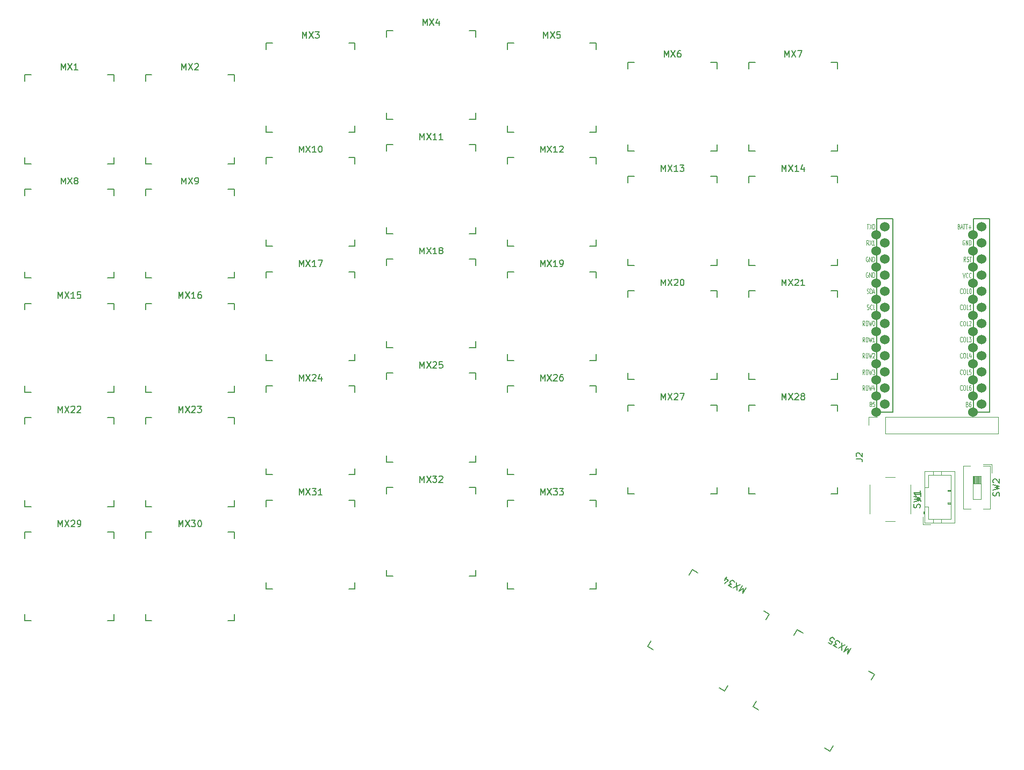
<source format=gbr>
G04 #@! TF.GenerationSoftware,KiCad,Pcbnew,(6.0.1-0)*
G04 #@! TF.CreationDate,2022-02-27T00:26:46+08:00*
G04 #@! TF.ProjectId,nut-kb,6e75742d-6b62-42e6-9b69-6361645f7063,rev?*
G04 #@! TF.SameCoordinates,Original*
G04 #@! TF.FileFunction,Legend,Top*
G04 #@! TF.FilePolarity,Positive*
%FSLAX46Y46*%
G04 Gerber Fmt 4.6, Leading zero omitted, Abs format (unit mm)*
G04 Created by KiCad (PCBNEW (6.0.1-0)) date 2022-02-27 00:26:46*
%MOMM*%
%LPD*%
G01*
G04 APERTURE LIST*
%ADD10C,0.150000*%
%ADD11C,0.125000*%
%ADD12C,0.120000*%
%ADD13C,1.524000*%
G04 APERTURE END LIST*
D10*
X168579544Y-218840138D02*
X168079544Y-219706164D01*
X168148012Y-218920908D01*
X167502194Y-219372831D01*
X168002194Y-218506805D01*
X167172280Y-219182354D02*
X167094929Y-217982996D01*
X166594929Y-218849021D02*
X167672280Y-218316329D01*
X166347493Y-218706164D02*
X165811382Y-218396640D01*
X166290534Y-218233392D01*
X166166816Y-218161964D01*
X166108147Y-218073105D01*
X166090717Y-218008057D01*
X166097097Y-217901768D01*
X166216144Y-217695572D01*
X166305003Y-217636903D01*
X166370052Y-217619473D01*
X166476340Y-217625853D01*
X166723776Y-217768710D01*
X166782445Y-217857568D01*
X166799874Y-217922617D01*
X165027836Y-217944259D02*
X165440229Y-218182354D01*
X165719563Y-217793771D01*
X165654514Y-217811201D01*
X165548226Y-217804821D01*
X165342030Y-217685773D01*
X165283361Y-217596915D01*
X165265931Y-217531866D01*
X165272311Y-217425578D01*
X165391358Y-217219381D01*
X165480217Y-217160712D01*
X165545265Y-217143283D01*
X165651554Y-217149662D01*
X165857750Y-217268710D01*
X165916419Y-217357568D01*
X165933849Y-217422617D01*
X152028544Y-209340138D02*
X151528544Y-210206164D01*
X151597012Y-209420908D01*
X150951194Y-209872831D01*
X151451194Y-209006805D01*
X150621280Y-209682354D02*
X150543929Y-208482996D01*
X150043929Y-209349021D02*
X151121280Y-208816329D01*
X149796493Y-209206164D02*
X149260382Y-208896640D01*
X149739534Y-208733392D01*
X149615816Y-208661964D01*
X149557147Y-208573105D01*
X149539717Y-208508057D01*
X149546097Y-208401768D01*
X149665144Y-208195572D01*
X149754003Y-208136903D01*
X149819052Y-208119473D01*
X149925340Y-208125853D01*
X150172776Y-208268710D01*
X150231445Y-208357568D01*
X150248874Y-208422617D01*
X148684742Y-208179394D02*
X149018075Y-207602043D01*
X148700462Y-208628356D02*
X149263801Y-208128814D01*
X148727690Y-207819290D01*
X119698095Y-158697380D02*
X119698095Y-157697380D01*
X120031428Y-158411666D01*
X120364761Y-157697380D01*
X120364761Y-158697380D01*
X120745714Y-157697380D02*
X121412380Y-158697380D01*
X121412380Y-157697380D02*
X120745714Y-158697380D01*
X122317142Y-158697380D02*
X121745714Y-158697380D01*
X122031428Y-158697380D02*
X122031428Y-157697380D01*
X121936190Y-157840238D01*
X121840952Y-157935476D01*
X121745714Y-157983095D01*
X122793333Y-158697380D02*
X122983809Y-158697380D01*
X123079047Y-158649761D01*
X123126666Y-158602142D01*
X123221904Y-158459285D01*
X123269523Y-158268809D01*
X123269523Y-157887857D01*
X123221904Y-157792619D01*
X123174285Y-157745000D01*
X123079047Y-157697380D01*
X122888571Y-157697380D01*
X122793333Y-157745000D01*
X122745714Y-157792619D01*
X122698095Y-157887857D01*
X122698095Y-158125952D01*
X122745714Y-158221190D01*
X122793333Y-158268809D01*
X122888571Y-158316428D01*
X123079047Y-158316428D01*
X123174285Y-158268809D01*
X123221904Y-158221190D01*
X123269523Y-158125952D01*
X44174285Y-145697380D02*
X44174285Y-144697380D01*
X44507619Y-145411666D01*
X44840952Y-144697380D01*
X44840952Y-145697380D01*
X45221904Y-144697380D02*
X45888571Y-145697380D01*
X45888571Y-144697380D02*
X45221904Y-145697380D01*
X46412380Y-145125952D02*
X46317142Y-145078333D01*
X46269523Y-145030714D01*
X46221904Y-144935476D01*
X46221904Y-144887857D01*
X46269523Y-144792619D01*
X46317142Y-144745000D01*
X46412380Y-144697380D01*
X46602857Y-144697380D01*
X46698095Y-144745000D01*
X46745714Y-144792619D01*
X46793333Y-144887857D01*
X46793333Y-144935476D01*
X46745714Y-145030714D01*
X46698095Y-145078333D01*
X46602857Y-145125952D01*
X46412380Y-145125952D01*
X46317142Y-145173571D01*
X46269523Y-145221190D01*
X46221904Y-145316428D01*
X46221904Y-145506904D01*
X46269523Y-145602142D01*
X46317142Y-145649761D01*
X46412380Y-145697380D01*
X46602857Y-145697380D01*
X46698095Y-145649761D01*
X46745714Y-145602142D01*
X46793333Y-145506904D01*
X46793333Y-145316428D01*
X46745714Y-145221190D01*
X46698095Y-145173571D01*
X46602857Y-145125952D01*
X62698095Y-181697380D02*
X62698095Y-180697380D01*
X63031428Y-181411666D01*
X63364761Y-180697380D01*
X63364761Y-181697380D01*
X63745714Y-180697380D02*
X64412380Y-181697380D01*
X64412380Y-180697380D02*
X63745714Y-181697380D01*
X64745714Y-180792619D02*
X64793333Y-180745000D01*
X64888571Y-180697380D01*
X65126666Y-180697380D01*
X65221904Y-180745000D01*
X65269523Y-180792619D01*
X65317142Y-180887857D01*
X65317142Y-180983095D01*
X65269523Y-181125952D01*
X64698095Y-181697380D01*
X65317142Y-181697380D01*
X65650476Y-180697380D02*
X66269523Y-180697380D01*
X65936190Y-181078333D01*
X66079047Y-181078333D01*
X66174285Y-181125952D01*
X66221904Y-181173571D01*
X66269523Y-181268809D01*
X66269523Y-181506904D01*
X66221904Y-181602142D01*
X66174285Y-181649761D01*
X66079047Y-181697380D01*
X65793333Y-181697380D01*
X65698095Y-181649761D01*
X65650476Y-181602142D01*
X63174285Y-145697380D02*
X63174285Y-144697380D01*
X63507619Y-145411666D01*
X63840952Y-144697380D01*
X63840952Y-145697380D01*
X64221904Y-144697380D02*
X64888571Y-145697380D01*
X64888571Y-144697380D02*
X64221904Y-145697380D01*
X65317142Y-145697380D02*
X65507619Y-145697380D01*
X65602857Y-145649761D01*
X65650476Y-145602142D01*
X65745714Y-145459285D01*
X65793333Y-145268809D01*
X65793333Y-144887857D01*
X65745714Y-144792619D01*
X65698095Y-144745000D01*
X65602857Y-144697380D01*
X65412380Y-144697380D01*
X65317142Y-144745000D01*
X65269523Y-144792619D01*
X65221904Y-144887857D01*
X65221904Y-145125952D01*
X65269523Y-145221190D01*
X65317142Y-145268809D01*
X65412380Y-145316428D01*
X65602857Y-145316428D01*
X65698095Y-145268809D01*
X65745714Y-145221190D01*
X65793333Y-145125952D01*
X100698095Y-138697380D02*
X100698095Y-137697380D01*
X101031428Y-138411666D01*
X101364761Y-137697380D01*
X101364761Y-138697380D01*
X101745714Y-137697380D02*
X102412380Y-138697380D01*
X102412380Y-137697380D02*
X101745714Y-138697380D01*
X103317142Y-138697380D02*
X102745714Y-138697380D01*
X103031428Y-138697380D02*
X103031428Y-137697380D01*
X102936190Y-137840238D01*
X102840952Y-137935476D01*
X102745714Y-137983095D01*
X104269523Y-138697380D02*
X103698095Y-138697380D01*
X103983809Y-138697380D02*
X103983809Y-137697380D01*
X103888571Y-137840238D01*
X103793333Y-137935476D01*
X103698095Y-137983095D01*
X120174285Y-122697380D02*
X120174285Y-121697380D01*
X120507619Y-122411666D01*
X120840952Y-121697380D01*
X120840952Y-122697380D01*
X121221904Y-121697380D02*
X121888571Y-122697380D01*
X121888571Y-121697380D02*
X121221904Y-122697380D01*
X122745714Y-121697380D02*
X122269523Y-121697380D01*
X122221904Y-122173571D01*
X122269523Y-122125952D01*
X122364761Y-122078333D01*
X122602857Y-122078333D01*
X122698095Y-122125952D01*
X122745714Y-122173571D01*
X122793333Y-122268809D01*
X122793333Y-122506904D01*
X122745714Y-122602142D01*
X122698095Y-122649761D01*
X122602857Y-122697380D01*
X122364761Y-122697380D01*
X122269523Y-122649761D01*
X122221904Y-122602142D01*
X44174285Y-127697380D02*
X44174285Y-126697380D01*
X44507619Y-127411666D01*
X44840952Y-126697380D01*
X44840952Y-127697380D01*
X45221904Y-126697380D02*
X45888571Y-127697380D01*
X45888571Y-126697380D02*
X45221904Y-127697380D01*
X46793333Y-127697380D02*
X46221904Y-127697380D01*
X46507619Y-127697380D02*
X46507619Y-126697380D01*
X46412380Y-126840238D01*
X46317142Y-126935476D01*
X46221904Y-126983095D01*
X81698095Y-194697380D02*
X81698095Y-193697380D01*
X82031428Y-194411666D01*
X82364761Y-193697380D01*
X82364761Y-194697380D01*
X82745714Y-193697380D02*
X83412380Y-194697380D01*
X83412380Y-193697380D02*
X82745714Y-194697380D01*
X83698095Y-193697380D02*
X84317142Y-193697380D01*
X83983809Y-194078333D01*
X84126666Y-194078333D01*
X84221904Y-194125952D01*
X84269523Y-194173571D01*
X84317142Y-194268809D01*
X84317142Y-194506904D01*
X84269523Y-194602142D01*
X84221904Y-194649761D01*
X84126666Y-194697380D01*
X83840952Y-194697380D01*
X83745714Y-194649761D01*
X83698095Y-194602142D01*
X85269523Y-194697380D02*
X84698095Y-194697380D01*
X84983809Y-194697380D02*
X84983809Y-193697380D01*
X84888571Y-193840238D01*
X84793333Y-193935476D01*
X84698095Y-193983095D01*
X100698095Y-174697380D02*
X100698095Y-173697380D01*
X101031428Y-174411666D01*
X101364761Y-173697380D01*
X101364761Y-174697380D01*
X101745714Y-173697380D02*
X102412380Y-174697380D01*
X102412380Y-173697380D02*
X101745714Y-174697380D01*
X102745714Y-173792619D02*
X102793333Y-173745000D01*
X102888571Y-173697380D01*
X103126666Y-173697380D01*
X103221904Y-173745000D01*
X103269523Y-173792619D01*
X103317142Y-173887857D01*
X103317142Y-173983095D01*
X103269523Y-174125952D01*
X102698095Y-174697380D01*
X103317142Y-174697380D01*
X104221904Y-173697380D02*
X103745714Y-173697380D01*
X103698095Y-174173571D01*
X103745714Y-174125952D01*
X103840952Y-174078333D01*
X104079047Y-174078333D01*
X104174285Y-174125952D01*
X104221904Y-174173571D01*
X104269523Y-174268809D01*
X104269523Y-174506904D01*
X104221904Y-174602142D01*
X104174285Y-174649761D01*
X104079047Y-174697380D01*
X103840952Y-174697380D01*
X103745714Y-174649761D01*
X103698095Y-174602142D01*
X119698095Y-194697380D02*
X119698095Y-193697380D01*
X120031428Y-194411666D01*
X120364761Y-193697380D01*
X120364761Y-194697380D01*
X120745714Y-193697380D02*
X121412380Y-194697380D01*
X121412380Y-193697380D02*
X120745714Y-194697380D01*
X121698095Y-193697380D02*
X122317142Y-193697380D01*
X121983809Y-194078333D01*
X122126666Y-194078333D01*
X122221904Y-194125952D01*
X122269523Y-194173571D01*
X122317142Y-194268809D01*
X122317142Y-194506904D01*
X122269523Y-194602142D01*
X122221904Y-194649761D01*
X122126666Y-194697380D01*
X121840952Y-194697380D01*
X121745714Y-194649761D01*
X121698095Y-194602142D01*
X122650476Y-193697380D02*
X123269523Y-193697380D01*
X122936190Y-194078333D01*
X123079047Y-194078333D01*
X123174285Y-194125952D01*
X123221904Y-194173571D01*
X123269523Y-194268809D01*
X123269523Y-194506904D01*
X123221904Y-194602142D01*
X123174285Y-194649761D01*
X123079047Y-194697380D01*
X122793333Y-194697380D01*
X122698095Y-194649761D01*
X122650476Y-194602142D01*
X157698095Y-161697380D02*
X157698095Y-160697380D01*
X158031428Y-161411666D01*
X158364761Y-160697380D01*
X158364761Y-161697380D01*
X158745714Y-160697380D02*
X159412380Y-161697380D01*
X159412380Y-160697380D02*
X158745714Y-161697380D01*
X159745714Y-160792619D02*
X159793333Y-160745000D01*
X159888571Y-160697380D01*
X160126666Y-160697380D01*
X160221904Y-160745000D01*
X160269523Y-160792619D01*
X160317142Y-160887857D01*
X160317142Y-160983095D01*
X160269523Y-161125952D01*
X159698095Y-161697380D01*
X160317142Y-161697380D01*
X161269523Y-161697380D02*
X160698095Y-161697380D01*
X160983809Y-161697380D02*
X160983809Y-160697380D01*
X160888571Y-160840238D01*
X160793333Y-160935476D01*
X160698095Y-160983095D01*
X158174285Y-125697380D02*
X158174285Y-124697380D01*
X158507619Y-125411666D01*
X158840952Y-124697380D01*
X158840952Y-125697380D01*
X159221904Y-124697380D02*
X159888571Y-125697380D01*
X159888571Y-124697380D02*
X159221904Y-125697380D01*
X160174285Y-124697380D02*
X160840952Y-124697380D01*
X160412380Y-125697380D01*
X62698095Y-163697380D02*
X62698095Y-162697380D01*
X63031428Y-163411666D01*
X63364761Y-162697380D01*
X63364761Y-163697380D01*
X63745714Y-162697380D02*
X64412380Y-163697380D01*
X64412380Y-162697380D02*
X63745714Y-163697380D01*
X65317142Y-163697380D02*
X64745714Y-163697380D01*
X65031428Y-163697380D02*
X65031428Y-162697380D01*
X64936190Y-162840238D01*
X64840952Y-162935476D01*
X64745714Y-162983095D01*
X66174285Y-162697380D02*
X65983809Y-162697380D01*
X65888571Y-162745000D01*
X65840952Y-162792619D01*
X65745714Y-162935476D01*
X65698095Y-163125952D01*
X65698095Y-163506904D01*
X65745714Y-163602142D01*
X65793333Y-163649761D01*
X65888571Y-163697380D01*
X66079047Y-163697380D01*
X66174285Y-163649761D01*
X66221904Y-163602142D01*
X66269523Y-163506904D01*
X66269523Y-163268809D01*
X66221904Y-163173571D01*
X66174285Y-163125952D01*
X66079047Y-163078333D01*
X65888571Y-163078333D01*
X65793333Y-163125952D01*
X65745714Y-163173571D01*
X65698095Y-163268809D01*
X63174285Y-127697380D02*
X63174285Y-126697380D01*
X63507619Y-127411666D01*
X63840952Y-126697380D01*
X63840952Y-127697380D01*
X64221904Y-126697380D02*
X64888571Y-127697380D01*
X64888571Y-126697380D02*
X64221904Y-127697380D01*
X65221904Y-126792619D02*
X65269523Y-126745000D01*
X65364761Y-126697380D01*
X65602857Y-126697380D01*
X65698095Y-126745000D01*
X65745714Y-126792619D01*
X65793333Y-126887857D01*
X65793333Y-126983095D01*
X65745714Y-127125952D01*
X65174285Y-127697380D01*
X65793333Y-127697380D01*
X101174285Y-120697380D02*
X101174285Y-119697380D01*
X101507619Y-120411666D01*
X101840952Y-119697380D01*
X101840952Y-120697380D01*
X102221904Y-119697380D02*
X102888571Y-120697380D01*
X102888571Y-119697380D02*
X102221904Y-120697380D01*
X103698095Y-120030714D02*
X103698095Y-120697380D01*
X103460000Y-119649761D02*
X103221904Y-120364047D01*
X103840952Y-120364047D01*
X81698095Y-176697380D02*
X81698095Y-175697380D01*
X82031428Y-176411666D01*
X82364761Y-175697380D01*
X82364761Y-176697380D01*
X82745714Y-175697380D02*
X83412380Y-176697380D01*
X83412380Y-175697380D02*
X82745714Y-176697380D01*
X83745714Y-175792619D02*
X83793333Y-175745000D01*
X83888571Y-175697380D01*
X84126666Y-175697380D01*
X84221904Y-175745000D01*
X84269523Y-175792619D01*
X84317142Y-175887857D01*
X84317142Y-175983095D01*
X84269523Y-176125952D01*
X83698095Y-176697380D01*
X84317142Y-176697380D01*
X85174285Y-176030714D02*
X85174285Y-176697380D01*
X84936190Y-175649761D02*
X84698095Y-176364047D01*
X85317142Y-176364047D01*
X100698095Y-156697380D02*
X100698095Y-155697380D01*
X101031428Y-156411666D01*
X101364761Y-155697380D01*
X101364761Y-156697380D01*
X101745714Y-155697380D02*
X102412380Y-156697380D01*
X102412380Y-155697380D02*
X101745714Y-156697380D01*
X103317142Y-156697380D02*
X102745714Y-156697380D01*
X103031428Y-156697380D02*
X103031428Y-155697380D01*
X102936190Y-155840238D01*
X102840952Y-155935476D01*
X102745714Y-155983095D01*
X103888571Y-156125952D02*
X103793333Y-156078333D01*
X103745714Y-156030714D01*
X103698095Y-155935476D01*
X103698095Y-155887857D01*
X103745714Y-155792619D01*
X103793333Y-155745000D01*
X103888571Y-155697380D01*
X104079047Y-155697380D01*
X104174285Y-155745000D01*
X104221904Y-155792619D01*
X104269523Y-155887857D01*
X104269523Y-155935476D01*
X104221904Y-156030714D01*
X104174285Y-156078333D01*
X104079047Y-156125952D01*
X103888571Y-156125952D01*
X103793333Y-156173571D01*
X103745714Y-156221190D01*
X103698095Y-156316428D01*
X103698095Y-156506904D01*
X103745714Y-156602142D01*
X103793333Y-156649761D01*
X103888571Y-156697380D01*
X104079047Y-156697380D01*
X104174285Y-156649761D01*
X104221904Y-156602142D01*
X104269523Y-156506904D01*
X104269523Y-156316428D01*
X104221904Y-156221190D01*
X104174285Y-156173571D01*
X104079047Y-156125952D01*
X178552380Y-195333333D02*
X179266666Y-195333333D01*
X179409523Y-195380952D01*
X179504761Y-195476190D01*
X179552380Y-195619047D01*
X179552380Y-195714285D01*
X179552380Y-194333333D02*
X179552380Y-194904761D01*
X179552380Y-194619047D02*
X178552380Y-194619047D01*
X178695238Y-194714285D01*
X178790476Y-194809523D01*
X178838095Y-194904761D01*
X119698095Y-176697380D02*
X119698095Y-175697380D01*
X120031428Y-176411666D01*
X120364761Y-175697380D01*
X120364761Y-176697380D01*
X120745714Y-175697380D02*
X121412380Y-176697380D01*
X121412380Y-175697380D02*
X120745714Y-176697380D01*
X121745714Y-175792619D02*
X121793333Y-175745000D01*
X121888571Y-175697380D01*
X122126666Y-175697380D01*
X122221904Y-175745000D01*
X122269523Y-175792619D01*
X122317142Y-175887857D01*
X122317142Y-175983095D01*
X122269523Y-176125952D01*
X121698095Y-176697380D01*
X122317142Y-176697380D01*
X123174285Y-175697380D02*
X122983809Y-175697380D01*
X122888571Y-175745000D01*
X122840952Y-175792619D01*
X122745714Y-175935476D01*
X122698095Y-176125952D01*
X122698095Y-176506904D01*
X122745714Y-176602142D01*
X122793333Y-176649761D01*
X122888571Y-176697380D01*
X123079047Y-176697380D01*
X123174285Y-176649761D01*
X123221904Y-176602142D01*
X123269523Y-176506904D01*
X123269523Y-176268809D01*
X123221904Y-176173571D01*
X123174285Y-176125952D01*
X123079047Y-176078333D01*
X122888571Y-176078333D01*
X122793333Y-176125952D01*
X122745714Y-176173571D01*
X122698095Y-176268809D01*
X82174285Y-122697380D02*
X82174285Y-121697380D01*
X82507619Y-122411666D01*
X82840952Y-121697380D01*
X82840952Y-122697380D01*
X83221904Y-121697380D02*
X83888571Y-122697380D01*
X83888571Y-121697380D02*
X83221904Y-122697380D01*
X84174285Y-121697380D02*
X84793333Y-121697380D01*
X84460000Y-122078333D01*
X84602857Y-122078333D01*
X84698095Y-122125952D01*
X84745714Y-122173571D01*
X84793333Y-122268809D01*
X84793333Y-122506904D01*
X84745714Y-122602142D01*
X84698095Y-122649761D01*
X84602857Y-122697380D01*
X84317142Y-122697380D01*
X84221904Y-122649761D01*
X84174285Y-122602142D01*
X138698095Y-143697380D02*
X138698095Y-142697380D01*
X139031428Y-143411666D01*
X139364761Y-142697380D01*
X139364761Y-143697380D01*
X139745714Y-142697380D02*
X140412380Y-143697380D01*
X140412380Y-142697380D02*
X139745714Y-143697380D01*
X141317142Y-143697380D02*
X140745714Y-143697380D01*
X141031428Y-143697380D02*
X141031428Y-142697380D01*
X140936190Y-142840238D01*
X140840952Y-142935476D01*
X140745714Y-142983095D01*
X141650476Y-142697380D02*
X142269523Y-142697380D01*
X141936190Y-143078333D01*
X142079047Y-143078333D01*
X142174285Y-143125952D01*
X142221904Y-143173571D01*
X142269523Y-143268809D01*
X142269523Y-143506904D01*
X142221904Y-143602142D01*
X142174285Y-143649761D01*
X142079047Y-143697380D01*
X141793333Y-143697380D01*
X141698095Y-143649761D01*
X141650476Y-143602142D01*
X138698095Y-179697380D02*
X138698095Y-178697380D01*
X139031428Y-179411666D01*
X139364761Y-178697380D01*
X139364761Y-179697380D01*
X139745714Y-178697380D02*
X140412380Y-179697380D01*
X140412380Y-178697380D02*
X139745714Y-179697380D01*
X140745714Y-178792619D02*
X140793333Y-178745000D01*
X140888571Y-178697380D01*
X141126666Y-178697380D01*
X141221904Y-178745000D01*
X141269523Y-178792619D01*
X141317142Y-178887857D01*
X141317142Y-178983095D01*
X141269523Y-179125952D01*
X140698095Y-179697380D01*
X141317142Y-179697380D01*
X141650476Y-178697380D02*
X142317142Y-178697380D01*
X141888571Y-179697380D01*
X157698095Y-179697380D02*
X157698095Y-178697380D01*
X158031428Y-179411666D01*
X158364761Y-178697380D01*
X158364761Y-179697380D01*
X158745714Y-178697380D02*
X159412380Y-179697380D01*
X159412380Y-178697380D02*
X158745714Y-179697380D01*
X159745714Y-178792619D02*
X159793333Y-178745000D01*
X159888571Y-178697380D01*
X160126666Y-178697380D01*
X160221904Y-178745000D01*
X160269523Y-178792619D01*
X160317142Y-178887857D01*
X160317142Y-178983095D01*
X160269523Y-179125952D01*
X159698095Y-179697380D01*
X160317142Y-179697380D01*
X160888571Y-179125952D02*
X160793333Y-179078333D01*
X160745714Y-179030714D01*
X160698095Y-178935476D01*
X160698095Y-178887857D01*
X160745714Y-178792619D01*
X160793333Y-178745000D01*
X160888571Y-178697380D01*
X161079047Y-178697380D01*
X161174285Y-178745000D01*
X161221904Y-178792619D01*
X161269523Y-178887857D01*
X161269523Y-178935476D01*
X161221904Y-179030714D01*
X161174285Y-179078333D01*
X161079047Y-179125952D01*
X160888571Y-179125952D01*
X160793333Y-179173571D01*
X160745714Y-179221190D01*
X160698095Y-179316428D01*
X160698095Y-179506904D01*
X160745714Y-179602142D01*
X160793333Y-179649761D01*
X160888571Y-179697380D01*
X161079047Y-179697380D01*
X161174285Y-179649761D01*
X161221904Y-179602142D01*
X161269523Y-179506904D01*
X161269523Y-179316428D01*
X161221904Y-179221190D01*
X161174285Y-179173571D01*
X161079047Y-179125952D01*
X43698095Y-199697380D02*
X43698095Y-198697380D01*
X44031428Y-199411666D01*
X44364761Y-198697380D01*
X44364761Y-199697380D01*
X44745714Y-198697380D02*
X45412380Y-199697380D01*
X45412380Y-198697380D02*
X44745714Y-199697380D01*
X45745714Y-198792619D02*
X45793333Y-198745000D01*
X45888571Y-198697380D01*
X46126666Y-198697380D01*
X46221904Y-198745000D01*
X46269523Y-198792619D01*
X46317142Y-198887857D01*
X46317142Y-198983095D01*
X46269523Y-199125952D01*
X45698095Y-199697380D01*
X46317142Y-199697380D01*
X46793333Y-199697380D02*
X46983809Y-199697380D01*
X47079047Y-199649761D01*
X47126666Y-199602142D01*
X47221904Y-199459285D01*
X47269523Y-199268809D01*
X47269523Y-198887857D01*
X47221904Y-198792619D01*
X47174285Y-198745000D01*
X47079047Y-198697380D01*
X46888571Y-198697380D01*
X46793333Y-198745000D01*
X46745714Y-198792619D01*
X46698095Y-198887857D01*
X46698095Y-199125952D01*
X46745714Y-199221190D01*
X46793333Y-199268809D01*
X46888571Y-199316428D01*
X47079047Y-199316428D01*
X47174285Y-199268809D01*
X47221904Y-199221190D01*
X47269523Y-199125952D01*
X81698095Y-158697380D02*
X81698095Y-157697380D01*
X82031428Y-158411666D01*
X82364761Y-157697380D01*
X82364761Y-158697380D01*
X82745714Y-157697380D02*
X83412380Y-158697380D01*
X83412380Y-157697380D02*
X82745714Y-158697380D01*
X84317142Y-158697380D02*
X83745714Y-158697380D01*
X84031428Y-158697380D02*
X84031428Y-157697380D01*
X83936190Y-157840238D01*
X83840952Y-157935476D01*
X83745714Y-157983095D01*
X84650476Y-157697380D02*
X85317142Y-157697380D01*
X84888571Y-158697380D01*
X81698095Y-140697380D02*
X81698095Y-139697380D01*
X82031428Y-140411666D01*
X82364761Y-139697380D01*
X82364761Y-140697380D01*
X82745714Y-139697380D02*
X83412380Y-140697380D01*
X83412380Y-139697380D02*
X82745714Y-140697380D01*
X84317142Y-140697380D02*
X83745714Y-140697380D01*
X84031428Y-140697380D02*
X84031428Y-139697380D01*
X83936190Y-139840238D01*
X83840952Y-139935476D01*
X83745714Y-139983095D01*
X84936190Y-139697380D02*
X85031428Y-139697380D01*
X85126666Y-139745000D01*
X85174285Y-139792619D01*
X85221904Y-139887857D01*
X85269523Y-140078333D01*
X85269523Y-140316428D01*
X85221904Y-140506904D01*
X85174285Y-140602142D01*
X85126666Y-140649761D01*
X85031428Y-140697380D01*
X84936190Y-140697380D01*
X84840952Y-140649761D01*
X84793333Y-140602142D01*
X84745714Y-140506904D01*
X84698095Y-140316428D01*
X84698095Y-140078333D01*
X84745714Y-139887857D01*
X84793333Y-139792619D01*
X84840952Y-139745000D01*
X84936190Y-139697380D01*
X191914761Y-194843333D02*
X191962380Y-194700476D01*
X191962380Y-194462380D01*
X191914761Y-194367142D01*
X191867142Y-194319523D01*
X191771904Y-194271904D01*
X191676666Y-194271904D01*
X191581428Y-194319523D01*
X191533809Y-194367142D01*
X191486190Y-194462380D01*
X191438571Y-194652857D01*
X191390952Y-194748095D01*
X191343333Y-194795714D01*
X191248095Y-194843333D01*
X191152857Y-194843333D01*
X191057619Y-194795714D01*
X191010000Y-194748095D01*
X190962380Y-194652857D01*
X190962380Y-194414761D01*
X191010000Y-194271904D01*
X190962380Y-193938571D02*
X191962380Y-193700476D01*
X191248095Y-193510000D01*
X191962380Y-193319523D01*
X190962380Y-193081428D01*
X191057619Y-192748095D02*
X191010000Y-192700476D01*
X190962380Y-192605238D01*
X190962380Y-192367142D01*
X191010000Y-192271904D01*
X191057619Y-192224285D01*
X191152857Y-192176666D01*
X191248095Y-192176666D01*
X191390952Y-192224285D01*
X191962380Y-192795714D01*
X191962380Y-192176666D01*
X157698095Y-143697380D02*
X157698095Y-142697380D01*
X158031428Y-143411666D01*
X158364761Y-142697380D01*
X158364761Y-143697380D01*
X158745714Y-142697380D02*
X159412380Y-143697380D01*
X159412380Y-142697380D02*
X158745714Y-143697380D01*
X160317142Y-143697380D02*
X159745714Y-143697380D01*
X160031428Y-143697380D02*
X160031428Y-142697380D01*
X159936190Y-142840238D01*
X159840952Y-142935476D01*
X159745714Y-142983095D01*
X161174285Y-143030714D02*
X161174285Y-143697380D01*
X160936190Y-142649761D02*
X160698095Y-143364047D01*
X161317142Y-143364047D01*
D11*
X186078750Y-167967857D02*
X186054940Y-168003571D01*
X185983511Y-168039285D01*
X185935892Y-168039285D01*
X185864464Y-168003571D01*
X185816845Y-167932142D01*
X185793035Y-167860714D01*
X185769226Y-167717857D01*
X185769226Y-167610714D01*
X185793035Y-167467857D01*
X185816845Y-167396428D01*
X185864464Y-167325000D01*
X185935892Y-167289285D01*
X185983511Y-167289285D01*
X186054940Y-167325000D01*
X186078750Y-167360714D01*
X186388273Y-167289285D02*
X186483511Y-167289285D01*
X186531130Y-167325000D01*
X186578750Y-167396428D01*
X186602559Y-167539285D01*
X186602559Y-167789285D01*
X186578750Y-167932142D01*
X186531130Y-168003571D01*
X186483511Y-168039285D01*
X186388273Y-168039285D01*
X186340654Y-168003571D01*
X186293035Y-167932142D01*
X186269226Y-167789285D01*
X186269226Y-167539285D01*
X186293035Y-167396428D01*
X186340654Y-167325000D01*
X186388273Y-167289285D01*
X187054940Y-168039285D02*
X186816845Y-168039285D01*
X186816845Y-167289285D01*
X187197797Y-167360714D02*
X187221607Y-167325000D01*
X187269226Y-167289285D01*
X187388273Y-167289285D01*
X187435892Y-167325000D01*
X187459702Y-167360714D01*
X187483511Y-167432142D01*
X187483511Y-167503571D01*
X187459702Y-167610714D01*
X187173988Y-168039285D01*
X187483511Y-168039285D01*
X170712083Y-170589285D02*
X170545416Y-170232142D01*
X170426369Y-170589285D02*
X170426369Y-169839285D01*
X170616845Y-169839285D01*
X170664464Y-169875000D01*
X170688273Y-169910714D01*
X170712083Y-169982142D01*
X170712083Y-170089285D01*
X170688273Y-170160714D01*
X170664464Y-170196428D01*
X170616845Y-170232142D01*
X170426369Y-170232142D01*
X171021607Y-169839285D02*
X171116845Y-169839285D01*
X171164464Y-169875000D01*
X171212083Y-169946428D01*
X171235892Y-170089285D01*
X171235892Y-170339285D01*
X171212083Y-170482142D01*
X171164464Y-170553571D01*
X171116845Y-170589285D01*
X171021607Y-170589285D01*
X170973988Y-170553571D01*
X170926369Y-170482142D01*
X170902559Y-170339285D01*
X170902559Y-170089285D01*
X170926369Y-169946428D01*
X170973988Y-169875000D01*
X171021607Y-169839285D01*
X171402559Y-169839285D02*
X171521607Y-170589285D01*
X171616845Y-170053571D01*
X171712083Y-170589285D01*
X171831130Y-169839285D01*
X172283511Y-170589285D02*
X171997797Y-170589285D01*
X172140654Y-170589285D02*
X172140654Y-169839285D01*
X172093035Y-169946428D01*
X172045416Y-170017857D01*
X171997797Y-170053571D01*
X186078750Y-165389857D02*
X186054940Y-165425571D01*
X185983511Y-165461285D01*
X185935892Y-165461285D01*
X185864464Y-165425571D01*
X185816845Y-165354142D01*
X185793035Y-165282714D01*
X185769226Y-165139857D01*
X185769226Y-165032714D01*
X185793035Y-164889857D01*
X185816845Y-164818428D01*
X185864464Y-164747000D01*
X185935892Y-164711285D01*
X185983511Y-164711285D01*
X186054940Y-164747000D01*
X186078750Y-164782714D01*
X186388273Y-164711285D02*
X186483511Y-164711285D01*
X186531130Y-164747000D01*
X186578750Y-164818428D01*
X186602559Y-164961285D01*
X186602559Y-165211285D01*
X186578750Y-165354142D01*
X186531130Y-165425571D01*
X186483511Y-165461285D01*
X186388273Y-165461285D01*
X186340654Y-165425571D01*
X186293035Y-165354142D01*
X186269226Y-165211285D01*
X186269226Y-164961285D01*
X186293035Y-164818428D01*
X186340654Y-164747000D01*
X186388273Y-164711285D01*
X187054940Y-165461285D02*
X186816845Y-165461285D01*
X186816845Y-164711285D01*
X187483511Y-165461285D02*
X187197797Y-165461285D01*
X187340654Y-165461285D02*
X187340654Y-164711285D01*
X187293035Y-164818428D01*
X187245416Y-164889857D01*
X187197797Y-164925571D01*
X171093035Y-165425571D02*
X171164464Y-165461285D01*
X171283511Y-165461285D01*
X171331130Y-165425571D01*
X171354940Y-165389857D01*
X171378750Y-165318428D01*
X171378750Y-165247000D01*
X171354940Y-165175571D01*
X171331130Y-165139857D01*
X171283511Y-165104142D01*
X171188273Y-165068428D01*
X171140654Y-165032714D01*
X171116845Y-164997000D01*
X171093035Y-164925571D01*
X171093035Y-164854142D01*
X171116845Y-164782714D01*
X171140654Y-164747000D01*
X171188273Y-164711285D01*
X171307321Y-164711285D01*
X171378750Y-164747000D01*
X171878750Y-165389857D02*
X171854940Y-165425571D01*
X171783511Y-165461285D01*
X171735892Y-165461285D01*
X171664464Y-165425571D01*
X171616845Y-165354142D01*
X171593035Y-165282714D01*
X171569226Y-165139857D01*
X171569226Y-165032714D01*
X171593035Y-164889857D01*
X171616845Y-164818428D01*
X171664464Y-164747000D01*
X171735892Y-164711285D01*
X171783511Y-164711285D01*
X171854940Y-164747000D01*
X171878750Y-164782714D01*
X172331130Y-165461285D02*
X172093035Y-165461285D01*
X172093035Y-164711285D01*
X170712083Y-173089285D02*
X170545416Y-172732142D01*
X170426369Y-173089285D02*
X170426369Y-172339285D01*
X170616845Y-172339285D01*
X170664464Y-172375000D01*
X170688273Y-172410714D01*
X170712083Y-172482142D01*
X170712083Y-172589285D01*
X170688273Y-172660714D01*
X170664464Y-172696428D01*
X170616845Y-172732142D01*
X170426369Y-172732142D01*
X171021607Y-172339285D02*
X171116845Y-172339285D01*
X171164464Y-172375000D01*
X171212083Y-172446428D01*
X171235892Y-172589285D01*
X171235892Y-172839285D01*
X171212083Y-172982142D01*
X171164464Y-173053571D01*
X171116845Y-173089285D01*
X171021607Y-173089285D01*
X170973988Y-173053571D01*
X170926369Y-172982142D01*
X170902559Y-172839285D01*
X170902559Y-172589285D01*
X170926369Y-172446428D01*
X170973988Y-172375000D01*
X171021607Y-172339285D01*
X171402559Y-172339285D02*
X171521607Y-173089285D01*
X171616845Y-172553571D01*
X171712083Y-173089285D01*
X171831130Y-172339285D01*
X171997797Y-172410714D02*
X172021607Y-172375000D01*
X172069226Y-172339285D01*
X172188273Y-172339285D01*
X172235892Y-172375000D01*
X172259702Y-172410714D01*
X172283511Y-172482142D01*
X172283511Y-172553571D01*
X172259702Y-172660714D01*
X171973988Y-173089285D01*
X172283511Y-173089285D01*
X170712083Y-168001285D02*
X170545416Y-167644142D01*
X170426369Y-168001285D02*
X170426369Y-167251285D01*
X170616845Y-167251285D01*
X170664464Y-167287000D01*
X170688273Y-167322714D01*
X170712083Y-167394142D01*
X170712083Y-167501285D01*
X170688273Y-167572714D01*
X170664464Y-167608428D01*
X170616845Y-167644142D01*
X170426369Y-167644142D01*
X171021607Y-167251285D02*
X171116845Y-167251285D01*
X171164464Y-167287000D01*
X171212083Y-167358428D01*
X171235892Y-167501285D01*
X171235892Y-167751285D01*
X171212083Y-167894142D01*
X171164464Y-167965571D01*
X171116845Y-168001285D01*
X171021607Y-168001285D01*
X170973988Y-167965571D01*
X170926369Y-167894142D01*
X170902559Y-167751285D01*
X170902559Y-167501285D01*
X170926369Y-167358428D01*
X170973988Y-167287000D01*
X171021607Y-167251285D01*
X171402559Y-167251285D02*
X171521607Y-168001285D01*
X171616845Y-167465571D01*
X171712083Y-168001285D01*
X171831130Y-167251285D01*
X172116845Y-167251285D02*
X172164464Y-167251285D01*
X172212083Y-167287000D01*
X172235892Y-167322714D01*
X172259702Y-167394142D01*
X172283511Y-167537000D01*
X172283511Y-167715571D01*
X172259702Y-167858428D01*
X172235892Y-167929857D01*
X172212083Y-167965571D01*
X172164464Y-168001285D01*
X172116845Y-168001285D01*
X172069226Y-167965571D01*
X172045416Y-167929857D01*
X172021607Y-167858428D01*
X171997797Y-167715571D01*
X171997797Y-167537000D01*
X172021607Y-167394142D01*
X172045416Y-167322714D01*
X172069226Y-167287000D01*
X172116845Y-167251285D01*
X171688273Y-180346428D02*
X171759702Y-180382142D01*
X171783511Y-180417857D01*
X171807321Y-180489285D01*
X171807321Y-180596428D01*
X171783511Y-180667857D01*
X171759702Y-180703571D01*
X171712083Y-180739285D01*
X171521607Y-180739285D01*
X171521607Y-179989285D01*
X171688273Y-179989285D01*
X171735892Y-180025000D01*
X171759702Y-180060714D01*
X171783511Y-180132142D01*
X171783511Y-180203571D01*
X171759702Y-180275000D01*
X171735892Y-180310714D01*
X171688273Y-180346428D01*
X171521607Y-180346428D01*
X172259702Y-179989285D02*
X172021607Y-179989285D01*
X171997797Y-180346428D01*
X172021607Y-180310714D01*
X172069226Y-180275000D01*
X172188273Y-180275000D01*
X172235892Y-180310714D01*
X172259702Y-180346428D01*
X172283511Y-180417857D01*
X172283511Y-180596428D01*
X172259702Y-180667857D01*
X172235892Y-180703571D01*
X172188273Y-180739285D01*
X172069226Y-180739285D01*
X172021607Y-180703571D01*
X171997797Y-180667857D01*
X171331130Y-155301285D02*
X171164464Y-154944142D01*
X171045416Y-155301285D02*
X171045416Y-154551285D01*
X171235892Y-154551285D01*
X171283511Y-154587000D01*
X171307321Y-154622714D01*
X171331130Y-154694142D01*
X171331130Y-154801285D01*
X171307321Y-154872714D01*
X171283511Y-154908428D01*
X171235892Y-154944142D01*
X171045416Y-154944142D01*
X171497797Y-154551285D02*
X171831130Y-155301285D01*
X171831130Y-154551285D02*
X171497797Y-155301285D01*
X172283511Y-155301285D02*
X171997797Y-155301285D01*
X172140654Y-155301285D02*
X172140654Y-154551285D01*
X172093035Y-154658428D01*
X172045416Y-154729857D01*
X171997797Y-154765571D01*
X170712083Y-175684785D02*
X170545416Y-175327642D01*
X170426369Y-175684785D02*
X170426369Y-174934785D01*
X170616845Y-174934785D01*
X170664464Y-174970500D01*
X170688273Y-175006214D01*
X170712083Y-175077642D01*
X170712083Y-175184785D01*
X170688273Y-175256214D01*
X170664464Y-175291928D01*
X170616845Y-175327642D01*
X170426369Y-175327642D01*
X171021607Y-174934785D02*
X171116845Y-174934785D01*
X171164464Y-174970500D01*
X171212083Y-175041928D01*
X171235892Y-175184785D01*
X171235892Y-175434785D01*
X171212083Y-175577642D01*
X171164464Y-175649071D01*
X171116845Y-175684785D01*
X171021607Y-175684785D01*
X170973988Y-175649071D01*
X170926369Y-175577642D01*
X170902559Y-175434785D01*
X170902559Y-175184785D01*
X170926369Y-175041928D01*
X170973988Y-174970500D01*
X171021607Y-174934785D01*
X171402559Y-174934785D02*
X171521607Y-175684785D01*
X171616845Y-175149071D01*
X171712083Y-175684785D01*
X171831130Y-174934785D01*
X171973988Y-174934785D02*
X172283511Y-174934785D01*
X172116845Y-175220500D01*
X172188273Y-175220500D01*
X172235892Y-175256214D01*
X172259702Y-175291928D01*
X172283511Y-175363357D01*
X172283511Y-175541928D01*
X172259702Y-175613357D01*
X172235892Y-175649071D01*
X172188273Y-175684785D01*
X172045416Y-175684785D01*
X171997797Y-175649071D01*
X171973988Y-175613357D01*
X186626369Y-157904785D02*
X186459702Y-157547642D01*
X186340654Y-157904785D02*
X186340654Y-157154785D01*
X186531130Y-157154785D01*
X186578750Y-157190500D01*
X186602559Y-157226214D01*
X186626369Y-157297642D01*
X186626369Y-157404785D01*
X186602559Y-157476214D01*
X186578750Y-157511928D01*
X186531130Y-157547642D01*
X186340654Y-157547642D01*
X186816845Y-157869071D02*
X186888273Y-157904785D01*
X187007321Y-157904785D01*
X187054940Y-157869071D01*
X187078750Y-157833357D01*
X187102559Y-157761928D01*
X187102559Y-157690500D01*
X187078750Y-157619071D01*
X187054940Y-157583357D01*
X187007321Y-157547642D01*
X186912083Y-157511928D01*
X186864464Y-157476214D01*
X186840654Y-157440500D01*
X186816845Y-157369071D01*
X186816845Y-157297642D01*
X186840654Y-157226214D01*
X186864464Y-157190500D01*
X186912083Y-157154785D01*
X187031130Y-157154785D01*
X187102559Y-157190500D01*
X187245416Y-157154785D02*
X187531130Y-157154785D01*
X187388273Y-157904785D02*
X187388273Y-157154785D01*
X186888273Y-180371928D02*
X186959702Y-180407642D01*
X186983511Y-180443357D01*
X187007321Y-180514785D01*
X187007321Y-180621928D01*
X186983511Y-180693357D01*
X186959702Y-180729071D01*
X186912083Y-180764785D01*
X186721607Y-180764785D01*
X186721607Y-180014785D01*
X186888273Y-180014785D01*
X186935892Y-180050500D01*
X186959702Y-180086214D01*
X186983511Y-180157642D01*
X186983511Y-180229071D01*
X186959702Y-180300500D01*
X186935892Y-180336214D01*
X186888273Y-180371928D01*
X186721607Y-180371928D01*
X187435892Y-180014785D02*
X187340654Y-180014785D01*
X187293035Y-180050500D01*
X187269226Y-180086214D01*
X187221607Y-180193357D01*
X187197797Y-180336214D01*
X187197797Y-180621928D01*
X187221607Y-180693357D01*
X187245416Y-180729071D01*
X187293035Y-180764785D01*
X187388273Y-180764785D01*
X187435892Y-180729071D01*
X187459702Y-180693357D01*
X187483511Y-180621928D01*
X187483511Y-180443357D01*
X187459702Y-180371928D01*
X187435892Y-180336214D01*
X187388273Y-180300500D01*
X187293035Y-180300500D01*
X187245416Y-180336214D01*
X187221607Y-180371928D01*
X187197797Y-180443357D01*
X171069226Y-162903571D02*
X171140654Y-162939285D01*
X171259702Y-162939285D01*
X171307321Y-162903571D01*
X171331130Y-162867857D01*
X171354940Y-162796428D01*
X171354940Y-162725000D01*
X171331130Y-162653571D01*
X171307321Y-162617857D01*
X171259702Y-162582142D01*
X171164464Y-162546428D01*
X171116845Y-162510714D01*
X171093035Y-162475000D01*
X171069226Y-162403571D01*
X171069226Y-162332142D01*
X171093035Y-162260714D01*
X171116845Y-162225000D01*
X171164464Y-162189285D01*
X171283511Y-162189285D01*
X171354940Y-162225000D01*
X171569226Y-162939285D02*
X171569226Y-162189285D01*
X171688273Y-162189285D01*
X171759702Y-162225000D01*
X171807321Y-162296428D01*
X171831130Y-162367857D01*
X171854940Y-162510714D01*
X171854940Y-162617857D01*
X171831130Y-162760714D01*
X171807321Y-162832142D01*
X171759702Y-162903571D01*
X171688273Y-162939285D01*
X171569226Y-162939285D01*
X172045416Y-162725000D02*
X172283511Y-162725000D01*
X171997797Y-162939285D02*
X172164464Y-162189285D01*
X172331130Y-162939285D01*
X171235892Y-159667000D02*
X171188273Y-159631285D01*
X171116845Y-159631285D01*
X171045416Y-159667000D01*
X170997797Y-159738428D01*
X170973988Y-159809857D01*
X170950178Y-159952714D01*
X170950178Y-160059857D01*
X170973988Y-160202714D01*
X170997797Y-160274142D01*
X171045416Y-160345571D01*
X171116845Y-160381285D01*
X171164464Y-160381285D01*
X171235892Y-160345571D01*
X171259702Y-160309857D01*
X171259702Y-160059857D01*
X171164464Y-160059857D01*
X171473988Y-160381285D02*
X171473988Y-159631285D01*
X171759702Y-160381285D01*
X171759702Y-159631285D01*
X171997797Y-160381285D02*
X171997797Y-159631285D01*
X172116845Y-159631285D01*
X172188273Y-159667000D01*
X172235892Y-159738428D01*
X172259702Y-159809857D01*
X172283511Y-159952714D01*
X172283511Y-160059857D01*
X172259702Y-160202714D01*
X172235892Y-160274142D01*
X172188273Y-160345571D01*
X172116845Y-160381285D01*
X171997797Y-160381285D01*
X186078750Y-173017857D02*
X186054940Y-173053571D01*
X185983511Y-173089285D01*
X185935892Y-173089285D01*
X185864464Y-173053571D01*
X185816845Y-172982142D01*
X185793035Y-172910714D01*
X185769226Y-172767857D01*
X185769226Y-172660714D01*
X185793035Y-172517857D01*
X185816845Y-172446428D01*
X185864464Y-172375000D01*
X185935892Y-172339285D01*
X185983511Y-172339285D01*
X186054940Y-172375000D01*
X186078750Y-172410714D01*
X186388273Y-172339285D02*
X186483511Y-172339285D01*
X186531130Y-172375000D01*
X186578750Y-172446428D01*
X186602559Y-172589285D01*
X186602559Y-172839285D01*
X186578750Y-172982142D01*
X186531130Y-173053571D01*
X186483511Y-173089285D01*
X186388273Y-173089285D01*
X186340654Y-173053571D01*
X186293035Y-172982142D01*
X186269226Y-172839285D01*
X186269226Y-172589285D01*
X186293035Y-172446428D01*
X186340654Y-172375000D01*
X186388273Y-172339285D01*
X187054940Y-173089285D02*
X186816845Y-173089285D01*
X186816845Y-172339285D01*
X187435892Y-172589285D02*
X187435892Y-173089285D01*
X187316845Y-172303571D02*
X187197797Y-172839285D01*
X187507321Y-172839285D01*
X186197797Y-159694785D02*
X186364464Y-160444785D01*
X186531130Y-159694785D01*
X186983511Y-160373357D02*
X186959702Y-160409071D01*
X186888273Y-160444785D01*
X186840654Y-160444785D01*
X186769226Y-160409071D01*
X186721607Y-160337642D01*
X186697797Y-160266214D01*
X186673988Y-160123357D01*
X186673988Y-160016214D01*
X186697797Y-159873357D01*
X186721607Y-159801928D01*
X186769226Y-159730500D01*
X186840654Y-159694785D01*
X186888273Y-159694785D01*
X186959702Y-159730500D01*
X186983511Y-159766214D01*
X187483511Y-160373357D02*
X187459702Y-160409071D01*
X187388273Y-160444785D01*
X187340654Y-160444785D01*
X187269226Y-160409071D01*
X187221607Y-160337642D01*
X187197797Y-160266214D01*
X187173988Y-160123357D01*
X187173988Y-160016214D01*
X187197797Y-159873357D01*
X187221607Y-159801928D01*
X187269226Y-159730500D01*
X187340654Y-159694785D01*
X187388273Y-159694785D01*
X187459702Y-159730500D01*
X187483511Y-159766214D01*
X186435892Y-154575000D02*
X186388273Y-154539285D01*
X186316845Y-154539285D01*
X186245416Y-154575000D01*
X186197797Y-154646428D01*
X186173988Y-154717857D01*
X186150178Y-154860714D01*
X186150178Y-154967857D01*
X186173988Y-155110714D01*
X186197797Y-155182142D01*
X186245416Y-155253571D01*
X186316845Y-155289285D01*
X186364464Y-155289285D01*
X186435892Y-155253571D01*
X186459702Y-155217857D01*
X186459702Y-154967857D01*
X186364464Y-154967857D01*
X186673988Y-155289285D02*
X186673988Y-154539285D01*
X186959702Y-155289285D01*
X186959702Y-154539285D01*
X187197797Y-155289285D02*
X187197797Y-154539285D01*
X187316845Y-154539285D01*
X187388273Y-154575000D01*
X187435892Y-154646428D01*
X187459702Y-154717857D01*
X187483511Y-154860714D01*
X187483511Y-154967857D01*
X187459702Y-155110714D01*
X187435892Y-155182142D01*
X187388273Y-155253571D01*
X187316845Y-155289285D01*
X187197797Y-155289285D01*
X186078750Y-170469857D02*
X186054940Y-170505571D01*
X185983511Y-170541285D01*
X185935892Y-170541285D01*
X185864464Y-170505571D01*
X185816845Y-170434142D01*
X185793035Y-170362714D01*
X185769226Y-170219857D01*
X185769226Y-170112714D01*
X185793035Y-169969857D01*
X185816845Y-169898428D01*
X185864464Y-169827000D01*
X185935892Y-169791285D01*
X185983511Y-169791285D01*
X186054940Y-169827000D01*
X186078750Y-169862714D01*
X186388273Y-169791285D02*
X186483511Y-169791285D01*
X186531130Y-169827000D01*
X186578750Y-169898428D01*
X186602559Y-170041285D01*
X186602559Y-170291285D01*
X186578750Y-170434142D01*
X186531130Y-170505571D01*
X186483511Y-170541285D01*
X186388273Y-170541285D01*
X186340654Y-170505571D01*
X186293035Y-170434142D01*
X186269226Y-170291285D01*
X186269226Y-170041285D01*
X186293035Y-169898428D01*
X186340654Y-169827000D01*
X186388273Y-169791285D01*
X187054940Y-170541285D02*
X186816845Y-170541285D01*
X186816845Y-169791285D01*
X187173988Y-169791285D02*
X187483511Y-169791285D01*
X187316845Y-170077000D01*
X187388273Y-170077000D01*
X187435892Y-170112714D01*
X187459702Y-170148428D01*
X187483511Y-170219857D01*
X187483511Y-170398428D01*
X187459702Y-170469857D01*
X187435892Y-170505571D01*
X187388273Y-170541285D01*
X187245416Y-170541285D01*
X187197797Y-170505571D01*
X187173988Y-170469857D01*
X170712083Y-178189285D02*
X170545416Y-177832142D01*
X170426369Y-178189285D02*
X170426369Y-177439285D01*
X170616845Y-177439285D01*
X170664464Y-177475000D01*
X170688273Y-177510714D01*
X170712083Y-177582142D01*
X170712083Y-177689285D01*
X170688273Y-177760714D01*
X170664464Y-177796428D01*
X170616845Y-177832142D01*
X170426369Y-177832142D01*
X171021607Y-177439285D02*
X171116845Y-177439285D01*
X171164464Y-177475000D01*
X171212083Y-177546428D01*
X171235892Y-177689285D01*
X171235892Y-177939285D01*
X171212083Y-178082142D01*
X171164464Y-178153571D01*
X171116845Y-178189285D01*
X171021607Y-178189285D01*
X170973988Y-178153571D01*
X170926369Y-178082142D01*
X170902559Y-177939285D01*
X170902559Y-177689285D01*
X170926369Y-177546428D01*
X170973988Y-177475000D01*
X171021607Y-177439285D01*
X171402559Y-177439285D02*
X171521607Y-178189285D01*
X171616845Y-177653571D01*
X171712083Y-178189285D01*
X171831130Y-177439285D01*
X172235892Y-177689285D02*
X172235892Y-178189285D01*
X172116845Y-177403571D02*
X171997797Y-177939285D01*
X172307321Y-177939285D01*
X186078750Y-178089857D02*
X186054940Y-178125571D01*
X185983511Y-178161285D01*
X185935892Y-178161285D01*
X185864464Y-178125571D01*
X185816845Y-178054142D01*
X185793035Y-177982714D01*
X185769226Y-177839857D01*
X185769226Y-177732714D01*
X185793035Y-177589857D01*
X185816845Y-177518428D01*
X185864464Y-177447000D01*
X185935892Y-177411285D01*
X185983511Y-177411285D01*
X186054940Y-177447000D01*
X186078750Y-177482714D01*
X186388273Y-177411285D02*
X186483511Y-177411285D01*
X186531130Y-177447000D01*
X186578750Y-177518428D01*
X186602559Y-177661285D01*
X186602559Y-177911285D01*
X186578750Y-178054142D01*
X186531130Y-178125571D01*
X186483511Y-178161285D01*
X186388273Y-178161285D01*
X186340654Y-178125571D01*
X186293035Y-178054142D01*
X186269226Y-177911285D01*
X186269226Y-177661285D01*
X186293035Y-177518428D01*
X186340654Y-177447000D01*
X186388273Y-177411285D01*
X187054940Y-178161285D02*
X186816845Y-178161285D01*
X186816845Y-177411285D01*
X187435892Y-177411285D02*
X187340654Y-177411285D01*
X187293035Y-177447000D01*
X187269226Y-177482714D01*
X187221607Y-177589857D01*
X187197797Y-177732714D01*
X187197797Y-178018428D01*
X187221607Y-178089857D01*
X187245416Y-178125571D01*
X187293035Y-178161285D01*
X187388273Y-178161285D01*
X187435892Y-178125571D01*
X187459702Y-178089857D01*
X187483511Y-178018428D01*
X187483511Y-177839857D01*
X187459702Y-177768428D01*
X187435892Y-177732714D01*
X187388273Y-177697000D01*
X187293035Y-177697000D01*
X187245416Y-177732714D01*
X187221607Y-177768428D01*
X187197797Y-177839857D01*
X186078750Y-162849857D02*
X186054940Y-162885571D01*
X185983511Y-162921285D01*
X185935892Y-162921285D01*
X185864464Y-162885571D01*
X185816845Y-162814142D01*
X185793035Y-162742714D01*
X185769226Y-162599857D01*
X185769226Y-162492714D01*
X185793035Y-162349857D01*
X185816845Y-162278428D01*
X185864464Y-162207000D01*
X185935892Y-162171285D01*
X185983511Y-162171285D01*
X186054940Y-162207000D01*
X186078750Y-162242714D01*
X186388273Y-162171285D02*
X186483511Y-162171285D01*
X186531130Y-162207000D01*
X186578750Y-162278428D01*
X186602559Y-162421285D01*
X186602559Y-162671285D01*
X186578750Y-162814142D01*
X186531130Y-162885571D01*
X186483511Y-162921285D01*
X186388273Y-162921285D01*
X186340654Y-162885571D01*
X186293035Y-162814142D01*
X186269226Y-162671285D01*
X186269226Y-162421285D01*
X186293035Y-162278428D01*
X186340654Y-162207000D01*
X186388273Y-162171285D01*
X187054940Y-162921285D02*
X186816845Y-162921285D01*
X186816845Y-162171285D01*
X187316845Y-162171285D02*
X187364464Y-162171285D01*
X187412083Y-162207000D01*
X187435892Y-162242714D01*
X187459702Y-162314142D01*
X187483511Y-162457000D01*
X187483511Y-162635571D01*
X187459702Y-162778428D01*
X187435892Y-162849857D01*
X187412083Y-162885571D01*
X187364464Y-162921285D01*
X187316845Y-162921285D01*
X187269226Y-162885571D01*
X187245416Y-162849857D01*
X187221607Y-162778428D01*
X187197797Y-162635571D01*
X187197797Y-162457000D01*
X187221607Y-162314142D01*
X187245416Y-162242714D01*
X187269226Y-162207000D01*
X187316845Y-162171285D01*
X171093035Y-152011285D02*
X171378750Y-152011285D01*
X171235892Y-152761285D02*
X171235892Y-152011285D01*
X171497797Y-152011285D02*
X171831130Y-152761285D01*
X171831130Y-152011285D02*
X171497797Y-152761285D01*
X172116845Y-152011285D02*
X172164464Y-152011285D01*
X172212083Y-152047000D01*
X172235892Y-152082714D01*
X172259702Y-152154142D01*
X172283511Y-152297000D01*
X172283511Y-152475571D01*
X172259702Y-152618428D01*
X172235892Y-152689857D01*
X172212083Y-152725571D01*
X172164464Y-152761285D01*
X172116845Y-152761285D01*
X172069226Y-152725571D01*
X172045416Y-152689857D01*
X172021607Y-152618428D01*
X171997797Y-152475571D01*
X171997797Y-152297000D01*
X172021607Y-152154142D01*
X172045416Y-152082714D01*
X172069226Y-152047000D01*
X172116845Y-152011285D01*
X171235892Y-157190500D02*
X171188273Y-157154785D01*
X171116845Y-157154785D01*
X171045416Y-157190500D01*
X170997797Y-157261928D01*
X170973988Y-157333357D01*
X170950178Y-157476214D01*
X170950178Y-157583357D01*
X170973988Y-157726214D01*
X170997797Y-157797642D01*
X171045416Y-157869071D01*
X171116845Y-157904785D01*
X171164464Y-157904785D01*
X171235892Y-157869071D01*
X171259702Y-157833357D01*
X171259702Y-157583357D01*
X171164464Y-157583357D01*
X171473988Y-157904785D02*
X171473988Y-157154785D01*
X171759702Y-157904785D01*
X171759702Y-157154785D01*
X171997797Y-157904785D02*
X171997797Y-157154785D01*
X172116845Y-157154785D01*
X172188273Y-157190500D01*
X172235892Y-157261928D01*
X172259702Y-157333357D01*
X172283511Y-157476214D01*
X172283511Y-157583357D01*
X172259702Y-157726214D01*
X172235892Y-157797642D01*
X172188273Y-157869071D01*
X172116845Y-157904785D01*
X171997797Y-157904785D01*
X185554940Y-152368428D02*
X185626369Y-152404142D01*
X185650178Y-152439857D01*
X185673988Y-152511285D01*
X185673988Y-152618428D01*
X185650178Y-152689857D01*
X185626369Y-152725571D01*
X185578750Y-152761285D01*
X185388273Y-152761285D01*
X185388273Y-152011285D01*
X185554940Y-152011285D01*
X185602559Y-152047000D01*
X185626369Y-152082714D01*
X185650178Y-152154142D01*
X185650178Y-152225571D01*
X185626369Y-152297000D01*
X185602559Y-152332714D01*
X185554940Y-152368428D01*
X185388273Y-152368428D01*
X185864464Y-152547000D02*
X186102559Y-152547000D01*
X185816845Y-152761285D02*
X185983511Y-152011285D01*
X186150178Y-152761285D01*
X186245416Y-152011285D02*
X186531130Y-152011285D01*
X186388273Y-152761285D02*
X186388273Y-152011285D01*
X186626369Y-152011285D02*
X186912083Y-152011285D01*
X186769226Y-152761285D02*
X186769226Y-152011285D01*
X187078750Y-152475571D02*
X187459702Y-152475571D01*
X187269226Y-152761285D02*
X187269226Y-152189857D01*
X186078750Y-175613357D02*
X186054940Y-175649071D01*
X185983511Y-175684785D01*
X185935892Y-175684785D01*
X185864464Y-175649071D01*
X185816845Y-175577642D01*
X185793035Y-175506214D01*
X185769226Y-175363357D01*
X185769226Y-175256214D01*
X185793035Y-175113357D01*
X185816845Y-175041928D01*
X185864464Y-174970500D01*
X185935892Y-174934785D01*
X185983511Y-174934785D01*
X186054940Y-174970500D01*
X186078750Y-175006214D01*
X186388273Y-174934785D02*
X186483511Y-174934785D01*
X186531130Y-174970500D01*
X186578750Y-175041928D01*
X186602559Y-175184785D01*
X186602559Y-175434785D01*
X186578750Y-175577642D01*
X186531130Y-175649071D01*
X186483511Y-175684785D01*
X186388273Y-175684785D01*
X186340654Y-175649071D01*
X186293035Y-175577642D01*
X186269226Y-175434785D01*
X186269226Y-175184785D01*
X186293035Y-175041928D01*
X186340654Y-174970500D01*
X186388273Y-174934785D01*
X187054940Y-175684785D02*
X186816845Y-175684785D01*
X186816845Y-174934785D01*
X187459702Y-174934785D02*
X187221607Y-174934785D01*
X187197797Y-175291928D01*
X187221607Y-175256214D01*
X187269226Y-175220500D01*
X187388273Y-175220500D01*
X187435892Y-175256214D01*
X187459702Y-175291928D01*
X187483511Y-175363357D01*
X187483511Y-175541928D01*
X187459702Y-175613357D01*
X187435892Y-175649071D01*
X187388273Y-175684785D01*
X187269226Y-175684785D01*
X187221607Y-175649071D01*
X187197797Y-175613357D01*
D10*
X100698095Y-192697380D02*
X100698095Y-191697380D01*
X101031428Y-192411666D01*
X101364761Y-191697380D01*
X101364761Y-192697380D01*
X101745714Y-191697380D02*
X102412380Y-192697380D01*
X102412380Y-191697380D02*
X101745714Y-192697380D01*
X102698095Y-191697380D02*
X103317142Y-191697380D01*
X102983809Y-192078333D01*
X103126666Y-192078333D01*
X103221904Y-192125952D01*
X103269523Y-192173571D01*
X103317142Y-192268809D01*
X103317142Y-192506904D01*
X103269523Y-192602142D01*
X103221904Y-192649761D01*
X103126666Y-192697380D01*
X102840952Y-192697380D01*
X102745714Y-192649761D01*
X102698095Y-192602142D01*
X103698095Y-191792619D02*
X103745714Y-191745000D01*
X103840952Y-191697380D01*
X104079047Y-191697380D01*
X104174285Y-191745000D01*
X104221904Y-191792619D01*
X104269523Y-191887857D01*
X104269523Y-191983095D01*
X104221904Y-192125952D01*
X103650476Y-192697380D01*
X104269523Y-192697380D01*
X169382380Y-189033333D02*
X170096666Y-189033333D01*
X170239523Y-189080952D01*
X170334761Y-189176190D01*
X170382380Y-189319047D01*
X170382380Y-189414285D01*
X169477619Y-188604761D02*
X169430000Y-188557142D01*
X169382380Y-188461904D01*
X169382380Y-188223809D01*
X169430000Y-188128571D01*
X169477619Y-188080952D01*
X169572857Y-188033333D01*
X169668095Y-188033333D01*
X169810952Y-188080952D01*
X170382380Y-188652380D01*
X170382380Y-188033333D01*
X119698095Y-140697380D02*
X119698095Y-139697380D01*
X120031428Y-140411666D01*
X120364761Y-139697380D01*
X120364761Y-140697380D01*
X120745714Y-139697380D02*
X121412380Y-140697380D01*
X121412380Y-139697380D02*
X120745714Y-140697380D01*
X122317142Y-140697380D02*
X121745714Y-140697380D01*
X122031428Y-140697380D02*
X122031428Y-139697380D01*
X121936190Y-139840238D01*
X121840952Y-139935476D01*
X121745714Y-139983095D01*
X122698095Y-139792619D02*
X122745714Y-139745000D01*
X122840952Y-139697380D01*
X123079047Y-139697380D01*
X123174285Y-139745000D01*
X123221904Y-139792619D01*
X123269523Y-139887857D01*
X123269523Y-139983095D01*
X123221904Y-140125952D01*
X122650476Y-140697380D01*
X123269523Y-140697380D01*
X138698095Y-161697380D02*
X138698095Y-160697380D01*
X139031428Y-161411666D01*
X139364761Y-160697380D01*
X139364761Y-161697380D01*
X139745714Y-160697380D02*
X140412380Y-161697380D01*
X140412380Y-160697380D02*
X139745714Y-161697380D01*
X140745714Y-160792619D02*
X140793333Y-160745000D01*
X140888571Y-160697380D01*
X141126666Y-160697380D01*
X141221904Y-160745000D01*
X141269523Y-160792619D01*
X141317142Y-160887857D01*
X141317142Y-160983095D01*
X141269523Y-161125952D01*
X140698095Y-161697380D01*
X141317142Y-161697380D01*
X141936190Y-160697380D02*
X142031428Y-160697380D01*
X142126666Y-160745000D01*
X142174285Y-160792619D01*
X142221904Y-160887857D01*
X142269523Y-161078333D01*
X142269523Y-161316428D01*
X142221904Y-161506904D01*
X142174285Y-161602142D01*
X142126666Y-161649761D01*
X142031428Y-161697380D01*
X141936190Y-161697380D01*
X141840952Y-161649761D01*
X141793333Y-161602142D01*
X141745714Y-161506904D01*
X141698095Y-161316428D01*
X141698095Y-161078333D01*
X141745714Y-160887857D01*
X141793333Y-160792619D01*
X141840952Y-160745000D01*
X141936190Y-160697380D01*
X179404761Y-196683333D02*
X179452380Y-196540476D01*
X179452380Y-196302380D01*
X179404761Y-196207142D01*
X179357142Y-196159523D01*
X179261904Y-196111904D01*
X179166666Y-196111904D01*
X179071428Y-196159523D01*
X179023809Y-196207142D01*
X178976190Y-196302380D01*
X178928571Y-196492857D01*
X178880952Y-196588095D01*
X178833333Y-196635714D01*
X178738095Y-196683333D01*
X178642857Y-196683333D01*
X178547619Y-196635714D01*
X178500000Y-196588095D01*
X178452380Y-196492857D01*
X178452380Y-196254761D01*
X178500000Y-196111904D01*
X178452380Y-195778571D02*
X179452380Y-195540476D01*
X178738095Y-195350000D01*
X179452380Y-195159523D01*
X178452380Y-194921428D01*
X179452380Y-194016666D02*
X179452380Y-194588095D01*
X179452380Y-194302380D02*
X178452380Y-194302380D01*
X178595238Y-194397619D01*
X178690476Y-194492857D01*
X178738095Y-194588095D01*
X43698095Y-163697380D02*
X43698095Y-162697380D01*
X44031428Y-163411666D01*
X44364761Y-162697380D01*
X44364761Y-163697380D01*
X44745714Y-162697380D02*
X45412380Y-163697380D01*
X45412380Y-162697380D02*
X44745714Y-163697380D01*
X46317142Y-163697380D02*
X45745714Y-163697380D01*
X46031428Y-163697380D02*
X46031428Y-162697380D01*
X45936190Y-162840238D01*
X45840952Y-162935476D01*
X45745714Y-162983095D01*
X47221904Y-162697380D02*
X46745714Y-162697380D01*
X46698095Y-163173571D01*
X46745714Y-163125952D01*
X46840952Y-163078333D01*
X47079047Y-163078333D01*
X47174285Y-163125952D01*
X47221904Y-163173571D01*
X47269523Y-163268809D01*
X47269523Y-163506904D01*
X47221904Y-163602142D01*
X47174285Y-163649761D01*
X47079047Y-163697380D01*
X46840952Y-163697380D01*
X46745714Y-163649761D01*
X46698095Y-163602142D01*
X62698095Y-199697380D02*
X62698095Y-198697380D01*
X63031428Y-199411666D01*
X63364761Y-198697380D01*
X63364761Y-199697380D01*
X63745714Y-198697380D02*
X64412380Y-199697380D01*
X64412380Y-198697380D02*
X63745714Y-199697380D01*
X64698095Y-198697380D02*
X65317142Y-198697380D01*
X64983809Y-199078333D01*
X65126666Y-199078333D01*
X65221904Y-199125952D01*
X65269523Y-199173571D01*
X65317142Y-199268809D01*
X65317142Y-199506904D01*
X65269523Y-199602142D01*
X65221904Y-199649761D01*
X65126666Y-199697380D01*
X64840952Y-199697380D01*
X64745714Y-199649761D01*
X64698095Y-199602142D01*
X65936190Y-198697380D02*
X66031428Y-198697380D01*
X66126666Y-198745000D01*
X66174285Y-198792619D01*
X66221904Y-198887857D01*
X66269523Y-199078333D01*
X66269523Y-199316428D01*
X66221904Y-199506904D01*
X66174285Y-199602142D01*
X66126666Y-199649761D01*
X66031428Y-199697380D01*
X65936190Y-199697380D01*
X65840952Y-199649761D01*
X65793333Y-199602142D01*
X65745714Y-199506904D01*
X65698095Y-199316428D01*
X65698095Y-199078333D01*
X65745714Y-198887857D01*
X65793333Y-198792619D01*
X65840952Y-198745000D01*
X65936190Y-198697380D01*
X139174285Y-125697380D02*
X139174285Y-124697380D01*
X139507619Y-125411666D01*
X139840952Y-124697380D01*
X139840952Y-125697380D01*
X140221904Y-124697380D02*
X140888571Y-125697380D01*
X140888571Y-124697380D02*
X140221904Y-125697380D01*
X141698095Y-124697380D02*
X141507619Y-124697380D01*
X141412380Y-124745000D01*
X141364761Y-124792619D01*
X141269523Y-124935476D01*
X141221904Y-125125952D01*
X141221904Y-125506904D01*
X141269523Y-125602142D01*
X141317142Y-125649761D01*
X141412380Y-125697380D01*
X141602857Y-125697380D01*
X141698095Y-125649761D01*
X141745714Y-125602142D01*
X141793333Y-125506904D01*
X141793333Y-125268809D01*
X141745714Y-125173571D01*
X141698095Y-125125952D01*
X141602857Y-125078333D01*
X141412380Y-125078333D01*
X141317142Y-125125952D01*
X141269523Y-125173571D01*
X141221904Y-125268809D01*
X43698095Y-181697380D02*
X43698095Y-180697380D01*
X44031428Y-181411666D01*
X44364761Y-180697380D01*
X44364761Y-181697380D01*
X44745714Y-180697380D02*
X45412380Y-181697380D01*
X45412380Y-180697380D02*
X44745714Y-181697380D01*
X45745714Y-180792619D02*
X45793333Y-180745000D01*
X45888571Y-180697380D01*
X46126666Y-180697380D01*
X46221904Y-180745000D01*
X46269523Y-180792619D01*
X46317142Y-180887857D01*
X46317142Y-180983095D01*
X46269523Y-181125952D01*
X45698095Y-181697380D01*
X46317142Y-181697380D01*
X46698095Y-180792619D02*
X46745714Y-180745000D01*
X46840952Y-180697380D01*
X47079047Y-180697380D01*
X47174285Y-180745000D01*
X47221904Y-180792619D01*
X47269523Y-180887857D01*
X47269523Y-180983095D01*
X47221904Y-181125952D01*
X46650476Y-181697380D01*
X47269523Y-181697380D01*
X165262178Y-235062178D02*
X164396152Y-234562178D01*
X159637822Y-216803848D02*
X160137822Y-215937822D01*
X172262178Y-222937822D02*
X171762178Y-223803848D01*
X160137822Y-215937822D02*
X161003848Y-216437822D01*
X154003848Y-228562178D02*
X153137822Y-228062178D01*
X153137822Y-228062178D02*
X153637822Y-227196152D01*
X171396152Y-222437822D02*
X172262178Y-222937822D01*
X165762178Y-234196152D02*
X165262178Y-235062178D01*
X155711178Y-213437822D02*
X155211178Y-214303848D01*
X143586822Y-206437822D02*
X144452848Y-206937822D01*
X149211178Y-224696152D02*
X148711178Y-225562178D01*
X143086822Y-207303848D02*
X143586822Y-206437822D01*
X148711178Y-225562178D02*
X147845152Y-225062178D01*
X137452848Y-219062178D02*
X136586822Y-218562178D01*
X136586822Y-218562178D02*
X137086822Y-217696152D01*
X154845152Y-212937822D02*
X155711178Y-213437822D01*
X127460000Y-159500000D02*
X128460000Y-159500000D01*
X114460000Y-173500000D02*
X114460000Y-172500000D01*
X114460000Y-160500000D02*
X114460000Y-159500000D01*
X128460000Y-172500000D02*
X128460000Y-173500000D01*
X128460000Y-173500000D02*
X127460000Y-173500000D01*
X115460000Y-173500000D02*
X114460000Y-173500000D01*
X114460000Y-159500000D02*
X115460000Y-159500000D01*
X128460000Y-159500000D02*
X128460000Y-160500000D01*
X51460000Y-146500000D02*
X52460000Y-146500000D01*
X38460000Y-146500000D02*
X39460000Y-146500000D01*
X38460000Y-147500000D02*
X38460000Y-146500000D01*
X52460000Y-160500000D02*
X51460000Y-160500000D01*
X39460000Y-160500000D02*
X38460000Y-160500000D01*
X38460000Y-160500000D02*
X38460000Y-159500000D01*
X52460000Y-159500000D02*
X52460000Y-160500000D01*
X52460000Y-146500000D02*
X52460000Y-147500000D01*
X57460000Y-196500000D02*
X57460000Y-195500000D01*
X71460000Y-182500000D02*
X71460000Y-183500000D01*
X58460000Y-196500000D02*
X57460000Y-196500000D01*
X71460000Y-196500000D02*
X70460000Y-196500000D01*
X57460000Y-182500000D02*
X58460000Y-182500000D01*
X71460000Y-195500000D02*
X71460000Y-196500000D01*
X57460000Y-183500000D02*
X57460000Y-182500000D01*
X70460000Y-182500000D02*
X71460000Y-182500000D01*
X57460000Y-160500000D02*
X57460000Y-159500000D01*
X71460000Y-160500000D02*
X70460000Y-160500000D01*
X71460000Y-146500000D02*
X71460000Y-147500000D01*
X71460000Y-159500000D02*
X71460000Y-160500000D01*
X57460000Y-146500000D02*
X58460000Y-146500000D01*
X70460000Y-146500000D02*
X71460000Y-146500000D01*
X57460000Y-147500000D02*
X57460000Y-146500000D01*
X58460000Y-160500000D02*
X57460000Y-160500000D01*
X109460000Y-139500000D02*
X109460000Y-140500000D01*
X95460000Y-140500000D02*
X95460000Y-139500000D01*
X95460000Y-139500000D02*
X96460000Y-139500000D01*
X95460000Y-153500000D02*
X95460000Y-152500000D01*
X109460000Y-153500000D02*
X108460000Y-153500000D01*
X96460000Y-153500000D02*
X95460000Y-153500000D01*
X108460000Y-139500000D02*
X109460000Y-139500000D01*
X109460000Y-152500000D02*
X109460000Y-153500000D01*
X114460000Y-123500000D02*
X115460000Y-123500000D01*
X114460000Y-137500000D02*
X114460000Y-136500000D01*
X128460000Y-123500000D02*
X128460000Y-124500000D01*
X128460000Y-137500000D02*
X127460000Y-137500000D01*
X128460000Y-136500000D02*
X128460000Y-137500000D01*
X127460000Y-123500000D02*
X128460000Y-123500000D01*
X114460000Y-124500000D02*
X114460000Y-123500000D01*
X115460000Y-137500000D02*
X114460000Y-137500000D01*
X38460000Y-142500000D02*
X38460000Y-141500000D01*
X51460000Y-128500000D02*
X52460000Y-128500000D01*
X38460000Y-128500000D02*
X39460000Y-128500000D01*
X52460000Y-142500000D02*
X51460000Y-142500000D01*
X52460000Y-128500000D02*
X52460000Y-129500000D01*
X38460000Y-129500000D02*
X38460000Y-128500000D01*
X39460000Y-142500000D02*
X38460000Y-142500000D01*
X52460000Y-141500000D02*
X52460000Y-142500000D01*
X89460000Y-195500000D02*
X90460000Y-195500000D01*
X90460000Y-208500000D02*
X90460000Y-209500000D01*
X90460000Y-209500000D02*
X89460000Y-209500000D01*
X76460000Y-196500000D02*
X76460000Y-195500000D01*
X76460000Y-209500000D02*
X76460000Y-208500000D01*
X76460000Y-195500000D02*
X77460000Y-195500000D01*
X90460000Y-195500000D02*
X90460000Y-196500000D01*
X77460000Y-209500000D02*
X76460000Y-209500000D01*
X109460000Y-189500000D02*
X108460000Y-189500000D01*
X95460000Y-176500000D02*
X95460000Y-175500000D01*
X95460000Y-189500000D02*
X95460000Y-188500000D01*
X96460000Y-189500000D02*
X95460000Y-189500000D01*
X109460000Y-188500000D02*
X109460000Y-189500000D01*
X109460000Y-175500000D02*
X109460000Y-176500000D01*
X95460000Y-175500000D02*
X96460000Y-175500000D01*
X108460000Y-175500000D02*
X109460000Y-175500000D01*
X127460000Y-195500000D02*
X128460000Y-195500000D01*
X128460000Y-208500000D02*
X128460000Y-209500000D01*
X128460000Y-195500000D02*
X128460000Y-196500000D01*
X114460000Y-196500000D02*
X114460000Y-195500000D01*
X114460000Y-195500000D02*
X115460000Y-195500000D01*
X115460000Y-209500000D02*
X114460000Y-209500000D01*
X128460000Y-209500000D02*
X127460000Y-209500000D01*
X114460000Y-209500000D02*
X114460000Y-208500000D01*
X152460000Y-163500000D02*
X152460000Y-162500000D01*
X166460000Y-162500000D02*
X166460000Y-163500000D01*
X152460000Y-162500000D02*
X153460000Y-162500000D01*
X153460000Y-176500000D02*
X152460000Y-176500000D01*
X166460000Y-176500000D02*
X165460000Y-176500000D01*
X152460000Y-176500000D02*
X152460000Y-175500000D01*
X165460000Y-162500000D02*
X166460000Y-162500000D01*
X166460000Y-175500000D02*
X166460000Y-176500000D01*
X165460000Y-126500000D02*
X166460000Y-126500000D01*
X166460000Y-126500000D02*
X166460000Y-127500000D01*
X152460000Y-127500000D02*
X152460000Y-126500000D01*
X153460000Y-140500000D02*
X152460000Y-140500000D01*
X152460000Y-140500000D02*
X152460000Y-139500000D01*
X166460000Y-140500000D02*
X165460000Y-140500000D01*
X152460000Y-126500000D02*
X153460000Y-126500000D01*
X166460000Y-139500000D02*
X166460000Y-140500000D01*
X70460000Y-164500000D02*
X71460000Y-164500000D01*
X58460000Y-178500000D02*
X57460000Y-178500000D01*
X57460000Y-178500000D02*
X57460000Y-177500000D01*
X71460000Y-177500000D02*
X71460000Y-178500000D01*
X71460000Y-178500000D02*
X70460000Y-178500000D01*
X57460000Y-164500000D02*
X58460000Y-164500000D01*
X57460000Y-165500000D02*
X57460000Y-164500000D01*
X71460000Y-164500000D02*
X71460000Y-165500000D01*
X57460000Y-129500000D02*
X57460000Y-128500000D01*
X57460000Y-142500000D02*
X57460000Y-141500000D01*
X71460000Y-142500000D02*
X70460000Y-142500000D01*
X71460000Y-141500000D02*
X71460000Y-142500000D01*
X71460000Y-128500000D02*
X71460000Y-129500000D01*
X58460000Y-142500000D02*
X57460000Y-142500000D01*
X70460000Y-128500000D02*
X71460000Y-128500000D01*
X57460000Y-128500000D02*
X58460000Y-128500000D01*
X95460000Y-121500000D02*
X96460000Y-121500000D01*
X96460000Y-135500000D02*
X95460000Y-135500000D01*
X109460000Y-134500000D02*
X109460000Y-135500000D01*
X95460000Y-122500000D02*
X95460000Y-121500000D01*
X108460000Y-121500000D02*
X109460000Y-121500000D01*
X95460000Y-135500000D02*
X95460000Y-134500000D01*
X109460000Y-121500000D02*
X109460000Y-122500000D01*
X109460000Y-135500000D02*
X108460000Y-135500000D01*
X90460000Y-177500000D02*
X90460000Y-178500000D01*
X77460000Y-191500000D02*
X76460000Y-191500000D01*
X90460000Y-190500000D02*
X90460000Y-191500000D01*
X89460000Y-177500000D02*
X90460000Y-177500000D01*
X76460000Y-178500000D02*
X76460000Y-177500000D01*
X76460000Y-191500000D02*
X76460000Y-190500000D01*
X76460000Y-177500000D02*
X77460000Y-177500000D01*
X90460000Y-191500000D02*
X89460000Y-191500000D01*
X96460000Y-171500000D02*
X95460000Y-171500000D01*
X108460000Y-157500000D02*
X109460000Y-157500000D01*
X95460000Y-158500000D02*
X95460000Y-157500000D01*
X109460000Y-170500000D02*
X109460000Y-171500000D01*
X109460000Y-157500000D02*
X109460000Y-158500000D01*
X95460000Y-171500000D02*
X95460000Y-170500000D01*
X95460000Y-157500000D02*
X96460000Y-157500000D01*
X109460000Y-171500000D02*
X108460000Y-171500000D01*
D12*
X180800000Y-193500000D02*
X180190000Y-193500000D01*
X180190000Y-199060000D02*
X184910000Y-199060000D01*
X181500000Y-199060000D02*
X181500000Y-198450000D01*
X184300000Y-198450000D02*
X184300000Y-191550000D01*
X181500000Y-190940000D02*
X181500000Y-191550000D01*
X184300000Y-196000000D02*
X183800000Y-196000000D01*
X180190000Y-190940000D02*
X180190000Y-199060000D01*
X179890000Y-199360000D02*
X181140000Y-199360000D01*
X184300000Y-194000000D02*
X183800000Y-194000000D01*
X180190000Y-197300000D02*
X179990000Y-197300000D01*
X179990000Y-197600000D02*
X180190000Y-197600000D01*
X180190000Y-196500000D02*
X180800000Y-196500000D01*
X184300000Y-194100000D02*
X183800000Y-194100000D01*
X180800000Y-191550000D02*
X180800000Y-193500000D01*
X182800000Y-199060000D02*
X182800000Y-198450000D01*
X179990000Y-197300000D02*
X179990000Y-197600000D01*
X183800000Y-194100000D02*
X183800000Y-193900000D01*
X184910000Y-190940000D02*
X180190000Y-190940000D01*
X179890000Y-198110000D02*
X179890000Y-199360000D01*
X180800000Y-196500000D02*
X180800000Y-198450000D01*
X184300000Y-191550000D02*
X180800000Y-191550000D01*
X180090000Y-197300000D02*
X180090000Y-197600000D01*
X183800000Y-196100000D02*
X183800000Y-195900000D01*
X184910000Y-199060000D02*
X184910000Y-190940000D01*
X183800000Y-195900000D02*
X184300000Y-195900000D01*
X183800000Y-193900000D02*
X184300000Y-193900000D01*
X182800000Y-190940000D02*
X182800000Y-191550000D01*
X184300000Y-196100000D02*
X183800000Y-196100000D01*
X180800000Y-198450000D02*
X184300000Y-198450000D01*
D10*
X114460000Y-177500000D02*
X115460000Y-177500000D01*
X115460000Y-191500000D02*
X114460000Y-191500000D01*
X127460000Y-177500000D02*
X128460000Y-177500000D01*
X128460000Y-177500000D02*
X128460000Y-178500000D01*
X128460000Y-191500000D02*
X127460000Y-191500000D01*
X114460000Y-191500000D02*
X114460000Y-190500000D01*
X114460000Y-178500000D02*
X114460000Y-177500000D01*
X128460000Y-190500000D02*
X128460000Y-191500000D01*
X90460000Y-137500000D02*
X89460000Y-137500000D01*
X90460000Y-136500000D02*
X90460000Y-137500000D01*
X90460000Y-123500000D02*
X90460000Y-124500000D01*
X76460000Y-124500000D02*
X76460000Y-123500000D01*
X89460000Y-123500000D02*
X90460000Y-123500000D01*
X77460000Y-137500000D02*
X76460000Y-137500000D01*
X76460000Y-137500000D02*
X76460000Y-136500000D01*
X76460000Y-123500000D02*
X77460000Y-123500000D01*
X133460000Y-145500000D02*
X133460000Y-144500000D01*
X146460000Y-144500000D02*
X147460000Y-144500000D01*
X134460000Y-158500000D02*
X133460000Y-158500000D01*
X147460000Y-144500000D02*
X147460000Y-145500000D01*
X147460000Y-157500000D02*
X147460000Y-158500000D01*
X133460000Y-144500000D02*
X134460000Y-144500000D01*
X133460000Y-158500000D02*
X133460000Y-157500000D01*
X147460000Y-158500000D02*
X146460000Y-158500000D01*
X147460000Y-194500000D02*
X146460000Y-194500000D01*
X147460000Y-180500000D02*
X147460000Y-181500000D01*
X133460000Y-194500000D02*
X133460000Y-193500000D01*
X133460000Y-181500000D02*
X133460000Y-180500000D01*
X146460000Y-180500000D02*
X147460000Y-180500000D01*
X133460000Y-180500000D02*
X134460000Y-180500000D01*
X134460000Y-194500000D02*
X133460000Y-194500000D01*
X147460000Y-193500000D02*
X147460000Y-194500000D01*
X152460000Y-181500000D02*
X152460000Y-180500000D01*
X152460000Y-180500000D02*
X153460000Y-180500000D01*
X152460000Y-194500000D02*
X152460000Y-193500000D01*
X153460000Y-194500000D02*
X152460000Y-194500000D01*
X166460000Y-193500000D02*
X166460000Y-194500000D01*
X166460000Y-180500000D02*
X166460000Y-181500000D01*
X166460000Y-194500000D02*
X165460000Y-194500000D01*
X165460000Y-180500000D02*
X166460000Y-180500000D01*
X38460000Y-201500000D02*
X38460000Y-200500000D01*
X51460000Y-200500000D02*
X52460000Y-200500000D01*
X52460000Y-200500000D02*
X52460000Y-201500000D01*
X38460000Y-200500000D02*
X39460000Y-200500000D01*
X39460000Y-214500000D02*
X38460000Y-214500000D01*
X52460000Y-214500000D02*
X51460000Y-214500000D01*
X52460000Y-213500000D02*
X52460000Y-214500000D01*
X38460000Y-214500000D02*
X38460000Y-213500000D01*
X76460000Y-173500000D02*
X76460000Y-172500000D01*
X90460000Y-173500000D02*
X89460000Y-173500000D01*
X89460000Y-159500000D02*
X90460000Y-159500000D01*
X76460000Y-159500000D02*
X77460000Y-159500000D01*
X76460000Y-160500000D02*
X76460000Y-159500000D01*
X90460000Y-172500000D02*
X90460000Y-173500000D01*
X90460000Y-159500000D02*
X90460000Y-160500000D01*
X77460000Y-173500000D02*
X76460000Y-173500000D01*
X89460000Y-141500000D02*
X90460000Y-141500000D01*
X90460000Y-154500000D02*
X90460000Y-155500000D01*
X90460000Y-155500000D02*
X89460000Y-155500000D01*
X76460000Y-155500000D02*
X76460000Y-154500000D01*
X76460000Y-142500000D02*
X76460000Y-141500000D01*
X90460000Y-141500000D02*
X90460000Y-142500000D01*
X76460000Y-141500000D02*
X77460000Y-141500000D01*
X77460000Y-155500000D02*
X76460000Y-155500000D01*
D12*
X188315000Y-191700000D02*
X188315000Y-192906667D01*
X188075000Y-191700000D02*
X188075000Y-192906667D01*
X186290000Y-190100000D02*
X186290000Y-196921000D01*
X189035000Y-195320000D02*
X189035000Y-191700000D01*
X190510000Y-190100000D02*
X190510000Y-196921000D01*
X188195000Y-191700000D02*
X188195000Y-192906667D01*
X188435000Y-191700000D02*
X188435000Y-192906667D01*
X190510000Y-190100000D02*
X189440000Y-190100000D01*
X188915000Y-191700000D02*
X188915000Y-192906667D01*
X187360000Y-190100000D02*
X186290000Y-190100000D01*
X187410000Y-196921000D02*
X186290000Y-196921000D01*
X187835000Y-191700000D02*
X187835000Y-192906667D01*
X189035000Y-191700000D02*
X187765000Y-191700000D01*
X190510000Y-196921000D02*
X189390000Y-196921000D01*
X187765000Y-191700000D02*
X187765000Y-195320000D01*
X188795000Y-191700000D02*
X188795000Y-192906667D01*
X187955000Y-191700000D02*
X187955000Y-192906667D01*
X190750000Y-189860000D02*
X190750000Y-191243000D01*
X188675000Y-191700000D02*
X188675000Y-192906667D01*
X189035000Y-192906667D02*
X187765000Y-192906667D01*
X190750000Y-189860000D02*
X189440000Y-189860000D01*
X188555000Y-191700000D02*
X188555000Y-192906667D01*
X187765000Y-195320000D02*
X189035000Y-195320000D01*
D10*
X165460000Y-144500000D02*
X166460000Y-144500000D01*
X166460000Y-144500000D02*
X166460000Y-145500000D01*
X153460000Y-158500000D02*
X152460000Y-158500000D01*
X166460000Y-158500000D02*
X165460000Y-158500000D01*
X152460000Y-158500000D02*
X152460000Y-157500000D01*
X152460000Y-145500000D02*
X152460000Y-144500000D01*
X166460000Y-157500000D02*
X166460000Y-158500000D01*
X152460000Y-144500000D02*
X153460000Y-144500000D01*
X187846400Y-151152000D02*
X190386400Y-151152000D01*
X172626400Y-181632000D02*
X172626400Y-151152000D01*
X190386400Y-181632000D02*
X187846400Y-181632000D01*
X172626400Y-151152000D02*
X175166400Y-151152000D01*
X175166400Y-181632000D02*
X172626400Y-181632000D01*
X190386400Y-151152000D02*
X190386400Y-181632000D01*
X187846400Y-181632000D02*
X187846400Y-151152000D01*
X175166400Y-151152000D02*
X175166400Y-181632000D01*
X95460000Y-193500000D02*
X96460000Y-193500000D01*
X95460000Y-194500000D02*
X95460000Y-193500000D01*
X109460000Y-193500000D02*
X109460000Y-194500000D01*
X95460000Y-207500000D02*
X95460000Y-206500000D01*
X109460000Y-207500000D02*
X108460000Y-207500000D01*
X96460000Y-207500000D02*
X95460000Y-207500000D01*
X108460000Y-193500000D02*
X109460000Y-193500000D01*
X109460000Y-206500000D02*
X109460000Y-207500000D01*
D12*
X173970000Y-185030000D02*
X173970000Y-182370000D01*
X191810000Y-185030000D02*
X191810000Y-182370000D01*
X171370000Y-183700000D02*
X171370000Y-182370000D01*
X173970000Y-185030000D02*
X191810000Y-185030000D01*
X173970000Y-182370000D02*
X191810000Y-182370000D01*
X171370000Y-182370000D02*
X172700000Y-182370000D01*
D10*
X127460000Y-141500000D02*
X128460000Y-141500000D01*
X128460000Y-154500000D02*
X128460000Y-155500000D01*
X114460000Y-155500000D02*
X114460000Y-154500000D01*
X128460000Y-141500000D02*
X128460000Y-142500000D01*
X114460000Y-141500000D02*
X115460000Y-141500000D01*
X114460000Y-142500000D02*
X114460000Y-141500000D01*
X128460000Y-155500000D02*
X127460000Y-155500000D01*
X115460000Y-155500000D02*
X114460000Y-155500000D01*
X147460000Y-175500000D02*
X147460000Y-176500000D01*
X133460000Y-162500000D02*
X134460000Y-162500000D01*
X146460000Y-162500000D02*
X147460000Y-162500000D01*
X147460000Y-176500000D02*
X146460000Y-176500000D01*
X134460000Y-176500000D02*
X133460000Y-176500000D01*
X133460000Y-163500000D02*
X133460000Y-162500000D01*
X147460000Y-162500000D02*
X147460000Y-163500000D01*
X133460000Y-176500000D02*
X133460000Y-175500000D01*
D12*
X175500000Y-191850000D02*
X174000000Y-191850000D01*
X171500000Y-193100000D02*
X171500000Y-197600000D01*
X174000000Y-198850000D02*
X175500000Y-198850000D01*
X178000000Y-197600000D02*
X178000000Y-193100000D01*
D10*
X52460000Y-178500000D02*
X51460000Y-178500000D01*
X38460000Y-178500000D02*
X38460000Y-177500000D01*
X51460000Y-164500000D02*
X52460000Y-164500000D01*
X38460000Y-164500000D02*
X39460000Y-164500000D01*
X52460000Y-177500000D02*
X52460000Y-178500000D01*
X39460000Y-178500000D02*
X38460000Y-178500000D01*
X38460000Y-165500000D02*
X38460000Y-164500000D01*
X52460000Y-164500000D02*
X52460000Y-165500000D01*
X71460000Y-200500000D02*
X71460000Y-201500000D01*
X58460000Y-214500000D02*
X57460000Y-214500000D01*
X57460000Y-200500000D02*
X58460000Y-200500000D01*
X71460000Y-213500000D02*
X71460000Y-214500000D01*
X70460000Y-200500000D02*
X71460000Y-200500000D01*
X57460000Y-201500000D02*
X57460000Y-200500000D01*
X71460000Y-214500000D02*
X70460000Y-214500000D01*
X57460000Y-214500000D02*
X57460000Y-213500000D01*
X146460000Y-126500000D02*
X147460000Y-126500000D01*
X147460000Y-140500000D02*
X146460000Y-140500000D01*
X147460000Y-126500000D02*
X147460000Y-127500000D01*
X133460000Y-126500000D02*
X134460000Y-126500000D01*
X147460000Y-139500000D02*
X147460000Y-140500000D01*
X133460000Y-127500000D02*
X133460000Y-126500000D01*
X134460000Y-140500000D02*
X133460000Y-140500000D01*
X133460000Y-140500000D02*
X133460000Y-139500000D01*
X38460000Y-183500000D02*
X38460000Y-182500000D01*
X52460000Y-195500000D02*
X52460000Y-196500000D01*
X52460000Y-196500000D02*
X51460000Y-196500000D01*
X52460000Y-182500000D02*
X52460000Y-183500000D01*
X39460000Y-196500000D02*
X38460000Y-196500000D01*
X51460000Y-182500000D02*
X52460000Y-182500000D01*
X38460000Y-196500000D02*
X38460000Y-195500000D01*
X38460000Y-182500000D02*
X39460000Y-182500000D01*
D13*
X187810000Y-153692000D03*
X173896400Y-152422000D03*
X187810000Y-156232000D03*
X173896400Y-154962000D03*
X173896400Y-157502000D03*
X187810000Y-158772000D03*
X187810000Y-161312000D03*
X173896400Y-160042000D03*
X187810000Y-163852000D03*
X173896400Y-162582000D03*
X187810000Y-166392000D03*
X173896400Y-165122000D03*
X173896400Y-167662000D03*
X187810000Y-168932000D03*
X173896400Y-170202000D03*
X187810000Y-171472000D03*
X187810000Y-174012000D03*
X173896400Y-172742000D03*
X187810000Y-176552000D03*
X173896400Y-175282000D03*
X187810000Y-179092000D03*
X173896400Y-177822000D03*
X173896400Y-180362000D03*
X187810000Y-181632000D03*
X172570000Y-181632000D03*
X189116400Y-180362000D03*
X172570000Y-179092000D03*
X189116400Y-177822000D03*
X189116400Y-175282000D03*
X172570000Y-176552000D03*
X189116400Y-172742000D03*
X172570000Y-174012000D03*
X172570000Y-171472000D03*
X189116400Y-170202000D03*
X189116400Y-167662000D03*
X172570000Y-168932000D03*
X189116400Y-165122000D03*
X172570000Y-166392000D03*
X172570000Y-163852000D03*
X189116400Y-162582000D03*
X172570000Y-161312000D03*
X189116400Y-160042000D03*
X172570000Y-158772000D03*
X189116400Y-157502000D03*
X189116400Y-154962000D03*
X172570000Y-156232000D03*
X189116400Y-152422000D03*
X172570000Y-153692000D03*
M02*

</source>
